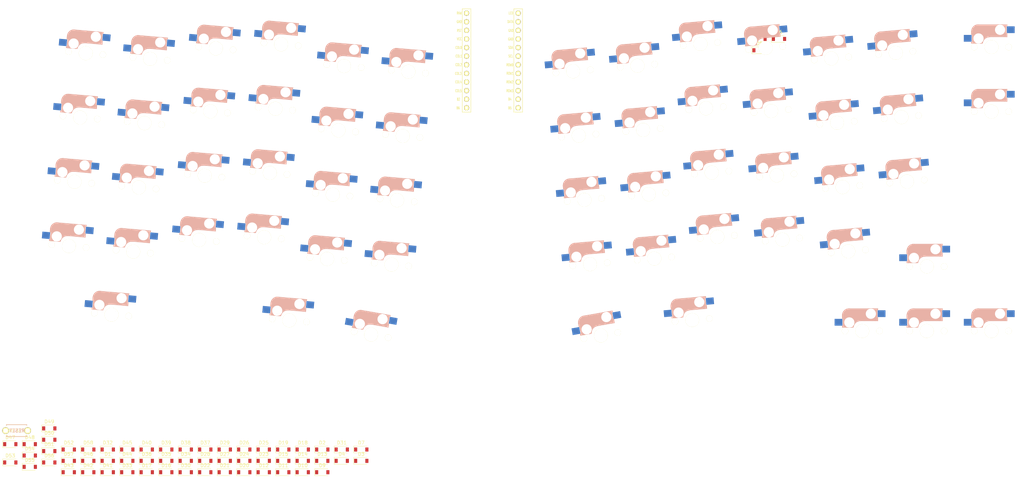
<source format=kicad_pcb>
(kicad_pcb (version 20171130) (host pcbnew "(5.1.0)-1")
  (layers (0 F.Cu signal) (31 B.Cu signal) (34 B.Paste user) (35 F.Paste user) (36 B.SilkS user) (37 F.SilkS user) (38 B.Mask user) (39 F.Mask user) (44 Edge.Cuts user))
  (net 0 "")
  (net 1 "Net-(D1-Pad2)")
  (net 2 row0)
  (net 3 "Net-(D2-Pad2)")
  (net 4 row1)
  (net 5 "Net-(D3-Pad2)")
  (net 6 row2)
  (net 7 "Net-(D4-Pad2)")
  (net 8 row3)
  (net 9 "Net-(D5-Pad2)")
  (net 10 "Net-(D6-Pad2)")
  (net 11 "Net-(D7-Pad2)")
  (net 12 "Net-(D8-Pad2)")
  (net 13 "Net-(D9-Pad2)")
  (net 14 row4)
  (net 15 "Net-(D10-Pad2)")
  (net 16 "Net-(D11-Pad2)")
  (net 17 "Net-(D12-Pad2)")
  (net 18 "Net-(D13-Pad2)")
  (net 19 "Net-(D14-Pad2)")
  (net 20 "Net-(D15-Pad2)")
  (net 21 "Net-(D16-Pad2)")
  (net 22 "Net-(D17-Pad2)")
  (net 23 "Net-(D18-Pad2)")
  (net 24 "Net-(D19-Pad2)")
  (net 25 "Net-(D20-Pad2)")
  (net 26 "Net-(D21-Pad2)")
  (net 27 "Net-(D22-Pad2)")
  (net 28 "Net-(D23-Pad2)")
  (net 29 "Net-(D24-Pad2)")
  (net 30 "Net-(D25-Pad2)")
  (net 31 "Net-(D26-Pad2)")
  (net 32 "Net-(D27-Pad2)")
  (net 33 "Net-(D28-Pad2)")
  (net 34 "Net-(D29-Pad2)")
  (net 35 "Net-(D30-Pad2)")
  (net 36 "Net-(D31-Pad2)")
  (net 37 "Net-(D32-Pad2)")
  (net 38 "Net-(D33-Pad2)")
  (net 39 "Net-(D34-Pad2)")
  (net 40 "Net-(D35-Pad2)")
  (net 41 "Net-(D36-Pad2)")
  (net 42 "Net-(D37-Pad2)")
  (net 43 "Net-(D38-Pad2)")
  (net 44 "Net-(D39-Pad2)")
  (net 45 "Net-(D40-Pad2)")
  (net 46 "Net-(D41-Pad2)")
  (net 47 "Net-(D42-Pad2)")
  (net 48 "Net-(D43-Pad2)")
  (net 49 "Net-(D44-Pad2)")
  (net 50 "Net-(D45-Pad2)")
  (net 51 "Net-(D46-Pad2)")
  (net 52 "Net-(D47-Pad2)")
  (net 53 "Net-(D48-Pad2)")
  (net 54 "Net-(D49-Pad2)")
  (net 55 "Net-(D50-Pad2)")
  (net 56 "Net-(D51-Pad2)")
  (net 57 "Net-(D52-Pad2)")
  (net 58 "Net-(D53-Pad2)")
  (net 59 "Net-(D54-Pad2)")
  (net 60 "Net-(D55-Pad2)")
  (net 61 "Net-(D56-Pad2)")
  (net 62 "Net-(D57-Pad2)")
  (net 63 "Net-(D58-Pad2)")
  (net 64 col0)
  (net 65 col1)
  (net 66 col2)
  (net 67 col3)
  (net 68 col4)
  (net 69 col5)
  (net 70 col6)
  (net 71 col7)
  (net 72 col8)
  (net 73 col9)
  (net 74 col10)
  (net 75 col11)
  (net 76 col12)
  (net 77 reset)
  (net 78 GND)
  (net 79 VCC)
  (net 80 "Net-(U1-Pad24)")
  (module Diode_SMD:D_SOD-123 (layer F.Cu) (at 101.372171 216.212881)
    (fp_text reference D1 (at 0 -2) (layer F.SilkS))
    (fp_text value 1N4148)
    (pad 2 smd rect (at 1.65 0) (size 0.9 1.2) (layers F.Cu F.Paste F.Mask) (net 1 "Net-(D1-Pad2)"))
    (pad 1 smd rect (at -1.65 0) (size 0.9 1.2) (layers F.Cu F.Paste F.Mask) (net 2 row0))
  )
  (module Diode_SMD:D_SOD-123 (layer F.Cu) (at 164.622171 212.862881)
    (fp_text reference D2 (at 0 -2) (layer F.SilkS))
    (fp_text value 1N4148)
    (pad 2 smd rect (at 1.65 0) (size 0.9 1.2) (layers F.Cu F.Paste F.Mask) (net 3 "Net-(D2-Pad2)"))
    (pad 1 smd rect (at -1.65 0) (size 0.9 1.2) (layers F.Cu F.Paste F.Mask) (net 4 row1))
  )
  (module Diode_SMD:D_SOD-123 (layer F.Cu) (at 176.122171 216.212881)
    (fp_text reference D3 (at 0 -2) (layer F.SilkS))
    (fp_text value 1N4148)
    (pad 2 smd rect (at 1.65 0) (size 0.9 1.2) (layers F.Cu F.Paste F.Mask) (net 5 "Net-(D3-Pad2)"))
    (pad 1 smd rect (at -1.65 0) (size 0.9 1.2) (layers F.Cu F.Paste F.Mask) (net 6 row2))
  )
  (module Diode_SMD:D_SOD-123 (layer F.Cu) (at 170.372171 216.212881)
    (fp_text reference D4 (at 0 -2) (layer F.SilkS))
    (fp_text value 1N4148)
    (pad 2 smd rect (at 1.65 0) (size 0.9 1.2) (layers F.Cu F.Paste F.Mask) (net 7 "Net-(D4-Pad2)"))
    (pad 1 smd rect (at -1.65 0) (size 0.9 1.2) (layers F.Cu F.Paste F.Mask) (net 8 row3))
  )
  (module Diode_SMD:D_SOD-123 (layer F.Cu) (at 293.552171 95.012881)
    (fp_text reference D5 (at 0 -2) (layer F.SilkS))
    (fp_text value 1N4148)
    (pad 1 smd rect (at -1.65 0) (size 0.9 1.2) (layers F.Cu F.Paste F.Mask) (net 2 row0))
    (pad 2 smd rect (at 1.65 0) (size 0.9 1.2) (layers F.Cu F.Paste F.Mask) (net 9 "Net-(D5-Pad2)"))
  )
  (module Diode_SMD:D_SOD-123 (layer F.Cu) (at 299.302171 91.662881)
    (fp_text reference D6 (at 0 -2) (layer F.SilkS))
    (fp_text value 1N4148)
    (pad 1 smd rect (at -1.65 0) (size 0.9 1.2) (layers F.Cu F.Paste F.Mask) (net 4 row1))
    (pad 2 smd rect (at 1.65 0) (size 0.9 1.2) (layers F.Cu F.Paste F.Mask) (net 10 "Net-(D6-Pad2)"))
  )
  (module Diode_SMD:D_SOD-123 (layer F.Cu) (at 176.122171 212.862881)
    (fp_text reference D7 (at 0 -2) (layer F.SilkS))
    (fp_text value 1N4148)
    (pad 1 smd rect (at -1.65 0) (size 0.9 1.2) (layers F.Cu F.Paste F.Mask) (net 6 row2))
    (pad 2 smd rect (at 1.65 0) (size 0.9 1.2) (layers F.Cu F.Paste F.Mask) (net 11 "Net-(D7-Pad2)"))
  )
  (module Diode_SMD:D_SOD-123 (layer F.Cu) (at 293.552171 91.662881)
    (fp_text reference D8 (at 0 -2) (layer F.SilkS))
    (fp_text value 1N4148)
    (pad 1 smd rect (at -1.65 0) (size 0.9 1.2) (layers F.Cu F.Paste F.Mask) (net 8 row3))
    (pad 2 smd rect (at 1.65 0) (size 0.9 1.2) (layers F.Cu F.Paste F.Mask) (net 12 "Net-(D8-Pad2)"))
  )
  (module Diode_SMD:D_SOD-123 (layer F.Cu) (at 164.622171 219.562881)
    (fp_text reference D9 (at 0 -2) (layer F.SilkS))
    (fp_text value 1N4148)
    (pad 2 smd rect (at 1.65 0) (size 0.9 1.2) (layers F.Cu F.Paste F.Mask) (net 13 "Net-(D9-Pad2)"))
    (pad 1 smd rect (at -1.65 0) (size 0.9 1.2) (layers F.Cu F.Paste F.Mask) (net 14 row4))
  )
  (module Diode_SMD:D_SOD-123 (layer F.Cu) (at 158.872171 219.562881)
    (fp_text reference D10 (at 0 -2) (layer F.SilkS))
    (fp_text value 1N4148)
    (pad 2 smd rect (at 1.65 0) (size 0.9 1.2) (layers F.Cu F.Paste F.Mask) (net 15 "Net-(D10-Pad2)"))
    (pad 1 smd rect (at -1.65 0) (size 0.9 1.2) (layers F.Cu F.Paste F.Mask) (net 2 row0))
  )
  (module Diode_SMD:D_SOD-123 (layer F.Cu) (at 153.122171 219.562881)
    (fp_text reference D11 (at 0 -2) (layer F.SilkS))
    (fp_text value 1N4148)
    (pad 2 smd rect (at 1.65 0) (size 0.9 1.2) (layers F.Cu F.Paste F.Mask) (net 16 "Net-(D11-Pad2)"))
    (pad 1 smd rect (at -1.65 0) (size 0.9 1.2) (layers F.Cu F.Paste F.Mask) (net 4 row1))
  )
  (module Diode_SMD:D_SOD-123 (layer F.Cu) (at 147.372171 219.562881)
    (fp_text reference D12 (at 0 -2) (layer F.SilkS))
    (fp_text value 1N4148)
    (pad 2 smd rect (at 1.65 0) (size 0.9 1.2) (layers F.Cu F.Paste F.Mask) (net 17 "Net-(D12-Pad2)"))
    (pad 1 smd rect (at -1.65 0) (size 0.9 1.2) (layers F.Cu F.Paste F.Mask) (net 6 row2))
  )
  (module Diode_SMD:D_SOD-123 (layer F.Cu) (at 164.622171 216.212881)
    (fp_text reference D13 (at 0 -2) (layer F.SilkS))
    (fp_text value 1N4148)
    (pad 1 smd rect (at -1.65 0) (size 0.9 1.2) (layers F.Cu F.Paste F.Mask) (net 8 row3))
    (pad 2 smd rect (at 1.65 0) (size 0.9 1.2) (layers F.Cu F.Paste F.Mask) (net 18 "Net-(D13-Pad2)"))
  )
  (module Diode_SMD:D_SOD-123 (layer F.Cu) (at 158.872171 216.212881)
    (fp_text reference D14 (at 0 -2) (layer F.SilkS))
    (fp_text value 1N4148)
    (pad 1 smd rect (at -1.65 0) (size 0.9 1.2) (layers F.Cu F.Paste F.Mask) (net 2 row0))
    (pad 2 smd rect (at 1.65 0) (size 0.9 1.2) (layers F.Cu F.Paste F.Mask) (net 19 "Net-(D14-Pad2)"))
  )
  (module Diode_SMD:D_SOD-123 (layer F.Cu) (at 153.122171 216.212881)
    (fp_text reference D15 (at 0 -2) (layer F.SilkS))
    (fp_text value 1N4148)
    (pad 1 smd rect (at -1.65 0) (size 0.9 1.2) (layers F.Cu F.Paste F.Mask) (net 4 row1))
    (pad 2 smd rect (at 1.65 0) (size 0.9 1.2) (layers F.Cu F.Paste F.Mask) (net 20 "Net-(D15-Pad2)"))
  )
  (module Diode_SMD:D_SOD-123 (layer F.Cu) (at 118.622171 219.562881)
    (fp_text reference D16 (at 0 -2) (layer F.SilkS))
    (fp_text value 1N4148)
    (pad 1 smd rect (at -1.65 0) (size 0.9 1.2) (layers F.Cu F.Paste F.Mask) (net 6 row2))
    (pad 2 smd rect (at 1.65 0) (size 0.9 1.2) (layers F.Cu F.Paste F.Mask) (net 21 "Net-(D16-Pad2)"))
  )
  (module Diode_SMD:D_SOD-123 (layer F.Cu) (at 112.872171 219.562881)
    (fp_text reference D17 (at 0 -2) (layer F.SilkS))
    (fp_text value 1N4148)
    (pad 1 smd rect (at -1.65 0) (size 0.9 1.2) (layers F.Cu F.Paste F.Mask) (net 8 row3))
    (pad 2 smd rect (at 1.65 0) (size 0.9 1.2) (layers F.Cu F.Paste F.Mask) (net 22 "Net-(D17-Pad2)"))
  )
  (module Diode_SMD:D_SOD-123 (layer F.Cu) (at 158.872171 212.862881)
    (fp_text reference D18 (at 0 -2) (layer F.SilkS))
    (fp_text value 1N4148)
    (pad 2 smd rect (at 1.65 0) (size 0.9 1.2) (layers F.Cu F.Paste F.Mask) (net 23 "Net-(D18-Pad2)"))
    (pad 1 smd rect (at -1.65 0) (size 0.9 1.2) (layers F.Cu F.Paste F.Mask) (net 2 row0))
  )
  (module Diode_SMD:D_SOD-123 (layer F.Cu) (at 153.122171 212.862881)
    (fp_text reference D19 (at 0 -2) (layer F.SilkS))
    (fp_text value 1N4148)
    (pad 2 smd rect (at 1.65 0) (size 0.9 1.2) (layers F.Cu F.Paste F.Mask) (net 24 "Net-(D19-Pad2)"))
    (pad 1 smd rect (at -1.65 0) (size 0.9 1.2) (layers F.Cu F.Paste F.Mask) (net 4 row1))
  )
  (module Diode_SMD:D_SOD-123 (layer F.Cu) (at 141.622171 219.562881)
    (fp_text reference D20 (at 0 -2) (layer F.SilkS))
    (fp_text value 1N4148)
    (pad 2 smd rect (at 1.65 0) (size 0.9 1.2) (layers F.Cu F.Paste F.Mask) (net 25 "Net-(D20-Pad2)"))
    (pad 1 smd rect (at -1.65 0) (size 0.9 1.2) (layers F.Cu F.Paste F.Mask) (net 6 row2))
  )
  (module Diode_SMD:D_SOD-123 (layer F.Cu) (at 135.872171 219.562881)
    (fp_text reference D21 (at 0 -2) (layer F.SilkS))
    (fp_text value 1N4148)
    (pad 2 smd rect (at 1.65 0) (size 0.9 1.2) (layers F.Cu F.Paste F.Mask) (net 26 "Net-(D21-Pad2)"))
    (pad 1 smd rect (at -1.65 0) (size 0.9 1.2) (layers F.Cu F.Paste F.Mask) (net 8 row3))
  )
  (module Diode_SMD:D_SOD-123 (layer F.Cu) (at 130.122171 219.562881)
    (fp_text reference D22 (at 0 -2) (layer F.SilkS))
    (fp_text value 1N4148)
    (pad 2 smd rect (at 1.65 0) (size 0.9 1.2) (layers F.Cu F.Paste F.Mask) (net 27 "Net-(D22-Pad2)"))
    (pad 1 smd rect (at -1.65 0) (size 0.9 1.2) (layers F.Cu F.Paste F.Mask) (net 14 row4))
  )
  (module Diode_SMD:D_SOD-123 (layer F.Cu) (at 147.372171 216.212881)
    (fp_text reference D23 (at 0 -2) (layer F.SilkS))
    (fp_text value 1N4148)
    (pad 1 smd rect (at -1.65 0) (size 0.9 1.2) (layers F.Cu F.Paste F.Mask) (net 2 row0))
    (pad 2 smd rect (at 1.65 0) (size 0.9 1.2) (layers F.Cu F.Paste F.Mask) (net 28 "Net-(D23-Pad2)"))
  )
  (module Diode_SMD:D_SOD-123 (layer F.Cu) (at 141.622171 216.212881)
    (fp_text reference D24 (at 0 -2) (layer F.SilkS))
    (fp_text value 1N4148)
    (pad 1 smd rect (at -1.65 0) (size 0.9 1.2) (layers F.Cu F.Paste F.Mask) (net 4 row1))
    (pad 2 smd rect (at 1.65 0) (size 0.9 1.2) (layers F.Cu F.Paste F.Mask) (net 29 "Net-(D24-Pad2)"))
  )
  (module Diode_SMD:D_SOD-123 (layer F.Cu) (at 147.372171 212.862881)
    (fp_text reference D25 (at 0 -2) (layer F.SilkS))
    (fp_text value 1N4148)
    (pad 1 smd rect (at -1.65 0) (size 0.9 1.2) (layers F.Cu F.Paste F.Mask) (net 6 row2))
    (pad 2 smd rect (at 1.65 0) (size 0.9 1.2) (layers F.Cu F.Paste F.Mask) (net 30 "Net-(D25-Pad2)"))
  )
  (module Diode_SMD:D_SOD-123 (layer F.Cu) (at 141.622171 212.862881)
    (fp_text reference D26 (at 0 -2) (layer F.SilkS))
    (fp_text value 1N4148)
    (pad 2 smd rect (at 1.65 0) (size 0.9 1.2) (layers F.Cu F.Paste F.Mask) (net 31 "Net-(D26-Pad2)"))
    (pad 1 smd rect (at -1.65 0) (size 0.9 1.2) (layers F.Cu F.Paste F.Mask) (net 8 row3))
  )
  (module Diode_SMD:D_SOD-123 (layer F.Cu) (at 135.872171 216.212881)
    (fp_text reference D27 (at 0 -2) (layer F.SilkS))
    (fp_text value 1N4148)
    (pad 1 smd rect (at -1.65 0) (size 0.9 1.2) (layers F.Cu F.Paste F.Mask) (net 14 row4))
    (pad 2 smd rect (at 1.65 0) (size 0.9 1.2) (layers F.Cu F.Paste F.Mask) (net 32 "Net-(D27-Pad2)"))
  )
  (module Diode_SMD:D_SOD-123 (layer F.Cu) (at 130.122171 216.212881)
    (fp_text reference D28 (at 0 -2) (layer F.SilkS))
    (fp_text value 1N4148)
    (pad 2 smd rect (at 1.65 0) (size 0.9 1.2) (layers F.Cu F.Paste F.Mask) (net 33 "Net-(D28-Pad2)"))
    (pad 1 smd rect (at -1.65 0) (size 0.9 1.2) (layers F.Cu F.Paste F.Mask) (net 2 row0))
  )
  (module Diode_SMD:D_SOD-123 (layer F.Cu) (at 135.872171 212.862881)
    (fp_text reference D29 (at 0 -2) (layer F.SilkS))
    (fp_text value 1N4148)
    (pad 2 smd rect (at 1.65 0) (size 0.9 1.2) (layers F.Cu F.Paste F.Mask) (net 34 "Net-(D29-Pad2)"))
    (pad 1 smd rect (at -1.65 0) (size 0.9 1.2) (layers F.Cu F.Paste F.Mask) (net 4 row1))
  )
  (module Diode_SMD:D_SOD-123 (layer F.Cu) (at 124.372171 219.562881)
    (fp_text reference D30 (at 0 -2) (layer F.SilkS))
    (fp_text value 1N4148)
    (pad 2 smd rect (at 1.65 0) (size 0.9 1.2) (layers F.Cu F.Paste F.Mask) (net 35 "Net-(D30-Pad2)"))
    (pad 1 smd rect (at -1.65 0) (size 0.9 1.2) (layers F.Cu F.Paste F.Mask) (net 6 row2))
  )
  (module Diode_SMD:D_SOD-123 (layer F.Cu) (at 170.372171 212.862881)
    (fp_text reference D31 (at 0 -2) (layer F.SilkS))
    (fp_text value 1N4148)
    (pad 2 smd rect (at 1.65 0) (size 0.9 1.2) (layers F.Cu F.Paste F.Mask) (net 36 "Net-(D31-Pad2)"))
    (pad 1 smd rect (at -1.65 0) (size 0.9 1.2) (layers F.Cu F.Paste F.Mask) (net 8 row3))
  )
  (module Diode_SMD:D_SOD-123 (layer F.Cu) (at 101.372171 212.862881)
    (fp_text reference D32 (at 0 -2) (layer F.SilkS))
    (fp_text value 1N4148)
    (pad 2 smd rect (at 1.65 0) (size 0.9 1.2) (layers F.Cu F.Paste F.Mask) (net 37 "Net-(D32-Pad2)"))
    (pad 1 smd rect (at -1.65 0) (size 0.9 1.2) (layers F.Cu F.Paste F.Mask) (net 14 row4))
  )
  (module Diode_SMD:D_SOD-123 (layer F.Cu) (at 107.122171 219.562881)
    (fp_text reference D33 (at 0 -2) (layer F.SilkS))
    (fp_text value 1N4148)
    (pad 1 smd rect (at -1.65 0) (size 0.9 1.2) (layers F.Cu F.Paste F.Mask) (net 2 row0))
    (pad 2 smd rect (at 1.65 0) (size 0.9 1.2) (layers F.Cu F.Paste F.Mask) (net 38 "Net-(D33-Pad2)"))
  )
  (module Diode_SMD:D_SOD-123 (layer F.Cu) (at 124.372171 216.212881)
    (fp_text reference D34 (at 0 -2) (layer F.SilkS))
    (fp_text value 1N4148)
    (pad 1 smd rect (at -1.65 0) (size 0.9 1.2) (layers F.Cu F.Paste F.Mask) (net 4 row1))
    (pad 2 smd rect (at 1.65 0) (size 0.9 1.2) (layers F.Cu F.Paste F.Mask) (net 39 "Net-(D34-Pad2)"))
  )
  (module Diode_SMD:D_SOD-123 (layer F.Cu) (at 118.622171 216.212881)
    (fp_text reference D35 (at 0 -2) (layer F.SilkS))
    (fp_text value 1N4148)
    (pad 1 smd rect (at -1.65 0) (size 0.9 1.2) (layers F.Cu F.Paste F.Mask) (net 6 row2))
    (pad 2 smd rect (at 1.65 0) (size 0.9 1.2) (layers F.Cu F.Paste F.Mask) (net 40 "Net-(D35-Pad2)"))
  )
  (module Diode_SMD:D_SOD-123 (layer F.Cu) (at 112.872171 216.212881)
    (fp_text reference D36 (at 0 -2) (layer F.SilkS))
    (fp_text value 1N4148)
    (pad 1 smd rect (at -1.65 0) (size 0.9 1.2) (layers F.Cu F.Paste F.Mask) (net 8 row3))
    (pad 2 smd rect (at 1.65 0) (size 0.9 1.2) (layers F.Cu F.Paste F.Mask) (net 41 "Net-(D36-Pad2)"))
  )
  (module Diode_SMD:D_SOD-123 (layer F.Cu) (at 130.122171 212.862881)
    (fp_text reference D37 (at 0 -2) (layer F.SilkS))
    (fp_text value 1N4148)
    (pad 1 smd rect (at -1.65 0) (size 0.9 1.2) (layers F.Cu F.Paste F.Mask) (net 14 row4))
    (pad 2 smd rect (at 1.65 0) (size 0.9 1.2) (layers F.Cu F.Paste F.Mask) (net 42 "Net-(D37-Pad2)"))
  )
  (module Diode_SMD:D_SOD-123 (layer F.Cu) (at 124.372171 212.862881)
    (fp_text reference D38 (at 0 -2) (layer F.SilkS))
    (fp_text value 1N4148)
    (pad 1 smd rect (at -1.65 0) (size 0.9 1.2) (layers F.Cu F.Paste F.Mask) (net 2 row0))
    (pad 2 smd rect (at 1.65 0) (size 0.9 1.2) (layers F.Cu F.Paste F.Mask) (net 43 "Net-(D38-Pad2)"))
  )
  (module Diode_SMD:D_SOD-123 (layer F.Cu) (at 118.622171 212.862881)
    (fp_text reference D39 (at 0 -2) (layer F.SilkS))
    (fp_text value 1N4148)
    (pad 2 smd rect (at 1.65 0) (size 0.9 1.2) (layers F.Cu F.Paste F.Mask) (net 44 "Net-(D39-Pad2)"))
    (pad 1 smd rect (at -1.65 0) (size 0.9 1.2) (layers F.Cu F.Paste F.Mask) (net 4 row1))
  )
  (module Diode_SMD:D_SOD-123 (layer F.Cu) (at 112.872171 212.862881)
    (fp_text reference D40 (at 0 -2) (layer F.SilkS))
    (fp_text value 1N4148)
    (pad 2 smd rect (at 1.65 0) (size 0.9 1.2) (layers F.Cu F.Paste F.Mask) (net 45 "Net-(D40-Pad2)"))
    (pad 1 smd rect (at -1.65 0) (size 0.9 1.2) (layers F.Cu F.Paste F.Mask) (net 6 row2))
  )
  (module Diode_SMD:D_SOD-123 (layer F.Cu) (at 101.372171 219.562881)
    (fp_text reference D41 (at 0 -2) (layer F.SilkS))
    (fp_text value 1N4148)
    (pad 1 smd rect (at -1.65 0) (size 0.9 1.2) (layers F.Cu F.Paste F.Mask) (net 8 row3))
    (pad 2 smd rect (at 1.65 0) (size 0.9 1.2) (layers F.Cu F.Paste F.Mask) (net 46 "Net-(D41-Pad2)"))
  )
  (module Diode_SMD:D_SOD-123 (layer F.Cu) (at 95.622171 219.562881)
    (fp_text reference D42 (at 0 -2) (layer F.SilkS))
    (fp_text value 1N4148)
    (pad 2 smd rect (at 1.65 0) (size 0.9 1.2) (layers F.Cu F.Paste F.Mask) (net 47 "Net-(D42-Pad2)"))
    (pad 1 smd rect (at -1.65 0) (size 0.9 1.2) (layers F.Cu F.Paste F.Mask) (net 2 row0))
  )
  (module Diode_SMD:D_SOD-123 (layer F.Cu) (at 89.872171 219.562881)
    (fp_text reference D43 (at 0 -2) (layer F.SilkS))
    (fp_text value 1N4148)
    (pad 1 smd rect (at -1.65 0) (size 0.9 1.2) (layers F.Cu F.Paste F.Mask) (net 4 row1))
    (pad 2 smd rect (at 1.65 0) (size 0.9 1.2) (layers F.Cu F.Paste F.Mask) (net 48 "Net-(D43-Pad2)"))
  )
  (module Diode_SMD:D_SOD-123 (layer F.Cu) (at 107.122171 216.212881)
    (fp_text reference D44 (at 0 -2) (layer F.SilkS))
    (fp_text value 1N4148)
    (pad 1 smd rect (at -1.65 0) (size 0.9 1.2) (layers F.Cu F.Paste F.Mask) (net 6 row2))
    (pad 2 smd rect (at 1.65 0) (size 0.9 1.2) (layers F.Cu F.Paste F.Mask) (net 49 "Net-(D44-Pad2)"))
  )
  (module Diode_SMD:D_SOD-123 (layer F.Cu) (at 107.122171 212.862881)
    (fp_text reference D45 (at 0 -2) (layer F.SilkS))
    (fp_text value 1N4148)
    (pad 2 smd rect (at 1.65 0) (size 0.9 1.2) (layers F.Cu F.Paste F.Mask) (net 50 "Net-(D45-Pad2)"))
    (pad 1 smd rect (at -1.65 0) (size 0.9 1.2) (layers F.Cu F.Paste F.Mask) (net 8 row3))
  )
  (module Diode_SMD:D_SOD-123 (layer F.Cu) (at 95.622171 216.212881)
    (fp_text reference D46 (at 0 -2) (layer F.SilkS))
    (fp_text value 1N4148)
    (pad 1 smd rect (at -1.65 0) (size 0.9 1.2) (layers F.Cu F.Paste F.Mask) (net 2 row0))
    (pad 2 smd rect (at 1.65 0) (size 0.9 1.2) (layers F.Cu F.Paste F.Mask) (net 51 "Net-(D46-Pad2)"))
  )
  (module Diode_SMD:D_SOD-123 (layer F.Cu) (at 72.622171 211.282881)
    (fp_text reference D47 (at 0 -2) (layer F.SilkS))
    (fp_text value 1N4148)
    (pad 1 smd rect (at -1.65 0) (size 0.9 1.2) (layers F.Cu F.Paste F.Mask) (net 4 row1))
    (pad 2 smd rect (at 1.65 0) (size 0.9 1.2) (layers F.Cu F.Paste F.Mask) (net 52 "Net-(D47-Pad2)"))
  )
  (module Diode_SMD:D_SOD-123 (layer F.Cu) (at 78.372171 211.282881)
    (fp_text reference D48 (at 0 -2) (layer F.SilkS))
    (fp_text value 1N4148)
    (pad 2 smd rect (at 1.65 0) (size 0.9 1.2) (layers F.Cu F.Paste F.Mask) (net 53 "Net-(D48-Pad2)"))
    (pad 1 smd rect (at -1.65 0) (size 0.9 1.2) (layers F.Cu F.Paste F.Mask) (net 6 row2))
  )
  (module Diode_SMD:D_SOD-123 (layer F.Cu) (at 84.122171 206.632881)
    (fp_text reference D49 (at 0 -2) (layer F.SilkS))
    (fp_text value 1N4148)
    (pad 1 smd rect (at -1.65 0) (size 0.9 1.2) (layers F.Cu F.Paste F.Mask) (net 8 row3))
    (pad 2 smd rect (at 1.65 0) (size 0.9 1.2) (layers F.Cu F.Paste F.Mask) (net 54 "Net-(D49-Pad2)"))
  )
  (module Diode_SMD:D_SOD-123 (layer F.Cu) (at 84.122171 209.982881)
    (fp_text reference D50 (at 0 -2) (layer F.SilkS))
    (fp_text value 1N4148)
    (pad 1 smd rect (at -1.65 0) (size 0.9 1.2) (layers F.Cu F.Paste F.Mask) (net 14 row4))
    (pad 2 smd rect (at 1.65 0) (size 0.9 1.2) (layers F.Cu F.Paste F.Mask) (net 55 "Net-(D50-Pad2)"))
  )
  (module Diode_SMD:D_SOD-123 (layer F.Cu) (at 84.122171 213.332881)
    (fp_text reference D51 (at 0 -2) (layer F.SilkS))
    (fp_text value 1N4148)
    (pad 2 smd rect (at 1.65 0) (size 0.9 1.2) (layers F.Cu F.Paste F.Mask) (net 56 "Net-(D51-Pad2)"))
    (pad 1 smd rect (at -1.65 0) (size 0.9 1.2) (layers F.Cu F.Paste F.Mask) (net 2 row0))
  )
  (module Diode_SMD:D_SOD-123 (layer F.Cu) (at 89.872171 212.862881)
    (fp_text reference D52 (at 0 -2) (layer F.SilkS))
    (fp_text value 1N4148)
    (pad 2 smd rect (at 1.65 0) (size 0.9 1.2) (layers F.Cu F.Paste F.Mask) (net 57 "Net-(D52-Pad2)"))
    (pad 1 smd rect (at -1.65 0) (size 0.9 1.2) (layers F.Cu F.Paste F.Mask) (net 4 row1))
  )
  (module Diode_SMD:D_SOD-123 (layer F.Cu) (at 72.622171 216.682881)
    (fp_text reference D53 (at 0 -2) (layer F.SilkS))
    (fp_text value 1N4148)
    (pad 1 smd rect (at -1.65 0) (size 0.9 1.2) (layers F.Cu F.Paste F.Mask) (net 6 row2))
    (pad 2 smd rect (at 1.65 0) (size 0.9 1.2) (layers F.Cu F.Paste F.Mask) (net 58 "Net-(D53-Pad2)"))
  )
  (module Diode_SMD:D_SOD-123 (layer F.Cu) (at 78.372171 214.632881)
    (fp_text reference D54 (at 0 -2) (layer F.SilkS))
    (fp_text value 1N4148)
    (pad 2 smd rect (at 1.65 0) (size 0.9 1.2) (layers F.Cu F.Paste F.Mask) (net 59 "Net-(D54-Pad2)"))
    (pad 1 smd rect (at -1.65 0) (size 0.9 1.2) (layers F.Cu F.Paste F.Mask) (net 8 row3))
  )
  (module Diode_SMD:D_SOD-123 (layer F.Cu) (at 78.372171 217.982881)
    (fp_text reference D55 (at 0 -2) (layer F.SilkS))
    (fp_text value 1N4148)
    (pad 2 smd rect (at 1.65 0) (size 0.9 1.2) (layers F.Cu F.Paste F.Mask) (net 60 "Net-(D55-Pad2)"))
    (pad 1 smd rect (at -1.65 0) (size 0.9 1.2) (layers F.Cu F.Paste F.Mask) (net 14 row4))
  )
  (module Diode_SMD:D_SOD-123 (layer F.Cu) (at 84.122171 216.682881)
    (fp_text reference D56 (at 0 -2) (layer F.SilkS))
    (fp_text value 1N4148)
    (pad 1 smd rect (at -1.65 0) (size 0.9 1.2) (layers F.Cu F.Paste F.Mask) (net 2 row0))
    (pad 2 smd rect (at 1.65 0) (size 0.9 1.2) (layers F.Cu F.Paste F.Mask) (net 61 "Net-(D56-Pad2)"))
  )
  (module Diode_SMD:D_SOD-123 (layer F.Cu) (at 89.872171 216.212881)
    (fp_text reference D57 (at 0 -2) (layer F.SilkS))
    (fp_text value 1N4148)
    (pad 1 smd rect (at -1.65 0) (size 0.9 1.2) (layers F.Cu F.Paste F.Mask) (net 4 row1))
    (pad 2 smd rect (at 1.65 0) (size 0.9 1.2) (layers F.Cu F.Paste F.Mask) (net 62 "Net-(D57-Pad2)"))
  )
  (module Diode_SMD:D_SOD-123 (layer F.Cu) (at 95.622171 212.862881)
    (fp_text reference D58 (at 0 -2) (layer F.SilkS))
    (fp_text value 1N4148)
    (pad 2 smd rect (at 1.65 0) (size 0.9 1.2) (layers F.Cu F.Paste F.Mask) (net 63 "Net-(D58-Pad2)"))
    (pad 1 smd rect (at -1.65 0) (size 0.9 1.2) (layers F.Cu F.Paste F.Mask) (net 14 row4))
  )
  (module emptystring:CherryMX_Hotswap_Back (layer F.Cu) (at 94.886071 95.877096 355)
    (fp_text reference SW1 hide)
    (fp_text value SW_PUSH hide)
    (pad 2 smd rect (at 5.7 -5.12 175) (size 2.3 2) (layers B.Cu B.Paste B.Mask) (net 1 "Net-(D1-Pad2)"))
    (pad "" np_thru_hole circle (at -5.08 0 355) (size 1.9 1.9) (drill 1.9) (layers *.Cu *.Mask F.SilkS))
    (pad "" np_thru_hole circle (at 5.08 0 355) (size 1.9 1.9) (drill 1.9) (layers *.Cu *.Mask F.SilkS))
    (pad "" np_thru_hole circle (at 0 0 85) (size 4.1 4.1) (drill 4.1) (layers *.Cu *.Mask F.SilkS))
    (pad "" np_thru_hole circle (at 2.54 -5.08 175) (size 3 3) (drill 3) (layers *.Cu *.Mask))
    (pad "" np_thru_hole circle (at -3.81 -2.54 175) (size 3 3) (drill 3) (layers *.Cu *.Mask))
    (pad 1 smd rect (at -7 -2.58 175) (size 2.3 2) (layers B.Cu B.Paste B.Mask) (net 64 col0))
  )
  (module emptystring:CherryMX_Hotswap_Back (layer F.Cu) (at 93.225754 114.854605 355)
    (fp_text reference SW2 hide)
    (fp_text value SW_PUSH hide)
    (pad 2 smd rect (at 5.7 -5.12 175) (size 2.3 2) (layers B.Cu B.Paste B.Mask) (net 3 "Net-(D2-Pad2)"))
    (pad "" np_thru_hole circle (at -5.08 0 355) (size 1.9 1.9) (drill 1.9) (layers *.Cu *.Mask F.SilkS))
    (pad "" np_thru_hole circle (at 5.08 0 355) (size 1.9 1.9) (drill 1.9) (layers *.Cu *.Mask F.SilkS))
    (pad "" np_thru_hole circle (at 0 0 85) (size 4.1 4.1) (drill 4.1) (layers *.Cu *.Mask F.SilkS))
    (pad "" np_thru_hole circle (at 2.54 -5.08 175) (size 3 3) (drill 3) (layers *.Cu *.Mask))
    (pad "" np_thru_hole circle (at -3.81 -2.54 175) (size 3 3) (drill 3) (layers *.Cu *.Mask))
    (pad 1 smd rect (at -7 -2.58 175) (size 2.3 2) (layers B.Cu B.Paste B.Mask) (net 64 col0))
  )
  (module emptystring:CherryMX_Hotswap_Back (layer F.Cu) (at 91.565438 133.832114 355)
    (fp_text reference SW3 hide)
    (fp_text value SW_PUSH hide)
    (pad 2 smd rect (at 5.7 -5.12 175) (size 2.3 2) (layers B.Cu B.Paste B.Mask) (net 5 "Net-(D3-Pad2)"))
    (pad "" np_thru_hole circle (at -5.08 0 355) (size 1.9 1.9) (drill 1.9) (layers *.Cu *.Mask F.SilkS))
    (pad "" np_thru_hole circle (at 5.08 0 355) (size 1.9 1.9) (drill 1.9) (layers *.Cu *.Mask F.SilkS))
    (pad "" np_thru_hole circle (at 0 0 85) (size 4.1 4.1) (drill 4.1) (layers *.Cu *.Mask F.SilkS))
    (pad "" np_thru_hole circle (at 2.54 -5.08 175) (size 3 3) (drill 3) (layers *.Cu *.Mask))
    (pad "" np_thru_hole circle (at -3.81 -2.54 175) (size 3 3) (drill 3) (layers *.Cu *.Mask))
    (pad 1 smd rect (at -7 -2.58 175) (size 2.3 2) (layers B.Cu B.Paste B.Mask) (net 64 col0))
  )
  (module emptystring:CherryMX_Hotswap_Back (layer F.Cu) (at 89.905122 152.809623 355)
    (fp_text reference SW4 hide)
    (fp_text value SW_PUSH hide)
    (pad 1 smd rect (at -7 -2.58 175) (size 2.3 2) (layers B.Cu B.Paste B.Mask) (net 64 col0))
    (pad "" np_thru_hole circle (at -3.81 -2.54 175) (size 3 3) (drill 3) (layers *.Cu *.Mask))
    (pad "" np_thru_hole circle (at 2.54 -5.08 175) (size 3 3) (drill 3) (layers *.Cu *.Mask))
    (pad "" np_thru_hole circle (at 0 0 85) (size 4.1 4.1) (drill 4.1) (layers *.Cu *.Mask F.SilkS))
    (pad "" np_thru_hole circle (at 5.08 0 355) (size 1.9 1.9) (drill 1.9) (layers *.Cu *.Mask F.SilkS))
    (pad "" np_thru_hole circle (at -5.08 0 355) (size 1.9 1.9) (drill 1.9) (layers *.Cu *.Mask F.SilkS))
    (pad 2 smd rect (at 5.7 -5.12 175) (size 2.3 2) (layers B.Cu B.Paste B.Mask) (net 7 "Net-(D4-Pad2)"))
  )
  (module emptystring:CherryMX_Hotswap_Back (layer F.Cu) (at 113.86358 97.537412 355)
    (fp_text reference SW5 hide)
    (fp_text value SW_PUSH hide)
    (pad 2 smd rect (at 5.7 -5.12 175) (size 2.3 2) (layers B.Cu B.Paste B.Mask) (net 9 "Net-(D5-Pad2)"))
    (pad "" np_thru_hole circle (at -5.08 0 355) (size 1.9 1.9) (drill 1.9) (layers *.Cu *.Mask F.SilkS))
    (pad "" np_thru_hole circle (at 5.08 0 355) (size 1.9 1.9) (drill 1.9) (layers *.Cu *.Mask F.SilkS))
    (pad "" np_thru_hole circle (at 0 0 85) (size 4.1 4.1) (drill 4.1) (layers *.Cu *.Mask F.SilkS))
    (pad "" np_thru_hole circle (at 2.54 -5.08 175) (size 3 3) (drill 3) (layers *.Cu *.Mask))
    (pad "" np_thru_hole circle (at -3.81 -2.54 175) (size 3 3) (drill 3) (layers *.Cu *.Mask))
    (pad 1 smd rect (at -7 -2.58 175) (size 2.3 2) (layers B.Cu B.Paste B.Mask) (net 65 col1))
  )
  (module emptystring:CherryMX_Hotswap_Back (layer F.Cu) (at 112.203263 116.514921 355)
    (fp_text reference SW6 hide)
    (fp_text value SW_PUSH hide)
    (pad 1 smd rect (at -7 -2.58 175) (size 2.3 2) (layers B.Cu B.Paste B.Mask) (net 65 col1))
    (pad "" np_thru_hole circle (at -3.81 -2.54 175) (size 3 3) (drill 3) (layers *.Cu *.Mask))
    (pad "" np_thru_hole circle (at 2.54 -5.08 175) (size 3 3) (drill 3) (layers *.Cu *.Mask))
    (pad "" np_thru_hole circle (at 0 0 85) (size 4.1 4.1) (drill 4.1) (layers *.Cu *.Mask F.SilkS))
    (pad "" np_thru_hole circle (at 5.08 0 355) (size 1.9 1.9) (drill 1.9) (layers *.Cu *.Mask F.SilkS))
    (pad "" np_thru_hole circle (at -5.08 0 355) (size 1.9 1.9) (drill 1.9) (layers *.Cu *.Mask F.SilkS))
    (pad 2 smd rect (at 5.7 -5.12 175) (size 2.3 2) (layers B.Cu B.Paste B.Mask) (net 10 "Net-(D6-Pad2)"))
  )
  (module emptystring:CherryMX_Hotswap_Back (layer F.Cu) (at 110.542947 135.49243 355)
    (fp_text reference SW7 hide)
    (fp_text value SW_PUSH hide)
    (pad 1 smd rect (at -7 -2.58 175) (size 2.3 2) (layers B.Cu B.Paste B.Mask) (net 65 col1))
    (pad "" np_thru_hole circle (at -3.81 -2.54 175) (size 3 3) (drill 3) (layers *.Cu *.Mask))
    (pad "" np_thru_hole circle (at 2.54 -5.08 175) (size 3 3) (drill 3) (layers *.Cu *.Mask))
    (pad "" np_thru_hole circle (at 0 0 85) (size 4.1 4.1) (drill 4.1) (layers *.Cu *.Mask F.SilkS))
    (pad "" np_thru_hole circle (at 5.08 0 355) (size 1.9 1.9) (drill 1.9) (layers *.Cu *.Mask F.SilkS))
    (pad "" np_thru_hole circle (at -5.08 0 355) (size 1.9 1.9) (drill 1.9) (layers *.Cu *.Mask F.SilkS))
    (pad 2 smd rect (at 5.7 -5.12 175) (size 2.3 2) (layers B.Cu B.Paste B.Mask) (net 11 "Net-(D7-Pad2)"))
  )
  (module emptystring:CherryMX_Hotswap_Back (layer F.Cu) (at 108.88263 154.469939 355)
    (fp_text reference SW8 hide)
    (fp_text value SW_PUSH hide)
    (pad 2 smd rect (at 5.7 -5.12 175) (size 2.3 2) (layers B.Cu B.Paste B.Mask) (net 12 "Net-(D8-Pad2)"))
    (pad "" np_thru_hole circle (at -5.08 0 355) (size 1.9 1.9) (drill 1.9) (layers *.Cu *.Mask F.SilkS))
    (pad "" np_thru_hole circle (at 5.08 0 355) (size 1.9 1.9) (drill 1.9) (layers *.Cu *.Mask F.SilkS))
    (pad "" np_thru_hole circle (at 0 0 85) (size 4.1 4.1) (drill 4.1) (layers *.Cu *.Mask F.SilkS))
    (pad "" np_thru_hole circle (at 2.54 -5.08 175) (size 3 3) (drill 3) (layers *.Cu *.Mask))
    (pad "" np_thru_hole circle (at -3.81 -2.54 175) (size 3 3) (drill 3) (layers *.Cu *.Mask))
    (pad 1 smd rect (at -7 -2.58 175) (size 2.3 2) (layers B.Cu B.Paste B.Mask) (net 65 col1))
  )
  (module emptystring:CherryMX_Hotswap_Back (layer F.Cu) (at 102.478434 173.032413 355)
    (fp_text reference SW9 hide)
    (fp_text value SW_PUSH hide)
    (pad 1 smd rect (at -7 -2.58 175) (size 2.3 2) (layers B.Cu B.Paste B.Mask) (net 65 col1))
    (pad "" np_thru_hole circle (at -3.81 -2.54 175) (size 3 3) (drill 3) (layers *.Cu *.Mask))
    (pad "" np_thru_hole circle (at 2.54 -5.08 175) (size 3 3) (drill 3) (layers *.Cu *.Mask))
    (pad "" np_thru_hole circle (at 0 0 85) (size 4.1 4.1) (drill 4.1) (layers *.Cu *.Mask F.SilkS))
    (pad "" np_thru_hole circle (at 5.08 0 355) (size 1.9 1.9) (drill 1.9) (layers *.Cu *.Mask F.SilkS))
    (pad "" np_thru_hole circle (at -5.08 0 355) (size 1.9 1.9) (drill 1.9) (layers *.Cu *.Mask F.SilkS))
    (pad 2 smd rect (at 5.7 -5.12 175) (size 2.3 2) (layers B.Cu B.Paste B.Mask) (net 13 "Net-(D9-Pad2)"))
  )
  (module emptystring:CherryMX_Hotswap_Back (layer F.Cu) (at 133.256169 94.453352 355)
    (fp_text reference SW10 hide)
    (fp_text value SW_PUSH hide)
    (pad 1 smd rect (at -7 -2.58 175) (size 2.3 2) (layers B.Cu B.Paste B.Mask) (net 66 col2))
    (pad "" np_thru_hole circle (at -3.81 -2.54 175) (size 3 3) (drill 3) (layers *.Cu *.Mask))
    (pad "" np_thru_hole circle (at 2.54 -5.08 175) (size 3 3) (drill 3) (layers *.Cu *.Mask))
    (pad "" np_thru_hole circle (at 0 0 85) (size 4.1 4.1) (drill 4.1) (layers *.Cu *.Mask F.SilkS))
    (pad "" np_thru_hole circle (at 5.08 0 355) (size 1.9 1.9) (drill 1.9) (layers *.Cu *.Mask F.SilkS))
    (pad "" np_thru_hole circle (at -5.08 0 355) (size 1.9 1.9) (drill 1.9) (layers *.Cu *.Mask F.SilkS))
    (pad 2 smd rect (at 5.7 -5.12 175) (size 2.3 2) (layers B.Cu B.Paste B.Mask) (net 15 "Net-(D10-Pad2)"))
  )
  (module emptystring:CherryMX_Hotswap_Back (layer F.Cu) (at 131.629058 113.051311 355)
    (fp_text reference SW11 hide)
    (fp_text value SW_PUSH hide)
    (pad 1 smd rect (at -7 -2.58 175) (size 2.3 2) (layers B.Cu B.Paste B.Mask) (net 66 col2))
    (pad "" np_thru_hole circle (at -3.81 -2.54 175) (size 3 3) (drill 3) (layers *.Cu *.Mask))
    (pad "" np_thru_hole circle (at 2.54 -5.08 175) (size 3 3) (drill 3) (layers *.Cu *.Mask))
    (pad "" np_thru_hole circle (at 0 0 85) (size 4.1 4.1) (drill 4.1) (layers *.Cu *.Mask F.SilkS))
    (pad "" np_thru_hole circle (at 5.08 0 355) (size 1.9 1.9) (drill 1.9) (layers *.Cu *.Mask F.SilkS))
    (pad "" np_thru_hole circle (at -5.08 0 355) (size 1.9 1.9) (drill 1.9) (layers *.Cu *.Mask F.SilkS))
    (pad 2 smd rect (at 5.7 -5.12 175) (size 2.3 2) (layers B.Cu B.Paste B.Mask) (net 16 "Net-(D11-Pad2)"))
  )
  (module emptystring:CherryMX_Hotswap_Back (layer F.Cu) (at 129.968741 132.02882 355)
    (fp_text reference SW12 hide)
    (fp_text value SW_PUSH hide)
    (pad 2 smd rect (at 5.7 -5.12 175) (size 2.3 2) (layers B.Cu B.Paste B.Mask) (net 17 "Net-(D12-Pad2)"))
    (pad "" np_thru_hole circle (at -5.08 0 355) (size 1.9 1.9) (drill 1.9) (layers *.Cu *.Mask F.SilkS))
    (pad "" np_thru_hole circle (at 5.08 0 355) (size 1.9 1.9) (drill 1.9) (layers *.Cu *.Mask F.SilkS))
    (pad "" np_thru_hole circle (at 0 0 85) (size 4.1 4.1) (drill 4.1) (layers *.Cu *.Mask F.SilkS))
    (pad "" np_thru_hole circle (at 2.54 -5.08 175) (size 3 3) (drill 3) (layers *.Cu *.Mask))
    (pad "" np_thru_hole circle (at -3.81 -2.54 175) (size 3 3) (drill 3) (layers *.Cu *.Mask))
    (pad 1 smd rect (at -7 -2.58 175) (size 2.3 2) (layers B.Cu B.Paste B.Mask) (net 66 col2))
  )
  (module emptystring:CherryMX_Hotswap_Back (layer F.Cu) (at 128.308424 151.006329 355)
    (fp_text reference SW13 hide)
    (fp_text value SW_PUSH hide)
    (pad 1 smd rect (at -7 -2.58 175) (size 2.3 2) (layers B.Cu B.Paste B.Mask) (net 66 col2))
    (pad "" np_thru_hole circle (at -3.81 -2.54 175) (size 3 3) (drill 3) (layers *.Cu *.Mask))
    (pad "" np_thru_hole circle (at 2.54 -5.08 175) (size 3 3) (drill 3) (layers *.Cu *.Mask))
    (pad "" np_thru_hole circle (at 0 0 85) (size 4.1 4.1) (drill 4.1) (layers *.Cu *.Mask F.SilkS))
    (pad "" np_thru_hole circle (at 5.08 0 355) (size 1.9 1.9) (drill 1.9) (layers *.Cu *.Mask F.SilkS))
    (pad "" np_thru_hole circle (at -5.08 0 355) (size 1.9 1.9) (drill 1.9) (layers *.Cu *.Mask F.SilkS))
    (pad 2 smd rect (at 5.7 -5.12 175) (size 2.3 2) (layers B.Cu B.Paste B.Mask) (net 18 "Net-(D13-Pad2)"))
  )
  (module emptystring:CherryMX_Hotswap_Back (layer F.Cu) (at 152.482725 93.267043 355)
    (fp_text reference SW14 hide)
    (fp_text value SW_PUSH hide)
    (pad 2 smd rect (at 5.7 -5.12 175) (size 2.3 2) (layers B.Cu B.Paste B.Mask) (net 19 "Net-(D14-Pad2)"))
    (pad "" np_thru_hole circle (at -5.08 0 355) (size 1.9 1.9) (drill 1.9) (layers *.Cu *.Mask F.SilkS))
    (pad "" np_thru_hole circle (at 5.08 0 355) (size 1.9 1.9) (drill 1.9) (layers *.Cu *.Mask F.SilkS))
    (pad "" np_thru_hole circle (at 0 0 85) (size 4.1 4.1) (drill 4.1) (layers *.Cu *.Mask F.SilkS))
    (pad "" np_thru_hole circle (at 2.54 -5.08 175) (size 3 3) (drill 3) (layers *.Cu *.Mask))
    (pad "" np_thru_hole circle (at -3.81 -2.54 175) (size 3 3) (drill 3) (layers *.Cu *.Mask))
    (pad 1 smd rect (at -7 -2.58 175) (size 2.3 2) (layers B.Cu B.Paste B.Mask) (net 67 col3))
  )
  (module emptystring:CherryMX_Hotswap_Back (layer F.Cu) (at 150.822408 112.244552 355)
    (fp_text reference SW15 hide)
    (fp_text value SW_PUSH hide)
    (pad 2 smd rect (at 5.7 -5.12 175) (size 2.3 2) (layers B.Cu B.Paste B.Mask) (net 20 "Net-(D15-Pad2)"))
    (pad "" np_thru_hole circle (at -5.08 0 355) (size 1.9 1.9) (drill 1.9) (layers *.Cu *.Mask F.SilkS))
    (pad "" np_thru_hole circle (at 5.08 0 355) (size 1.9 1.9) (drill 1.9) (layers *.Cu *.Mask F.SilkS))
    (pad "" np_thru_hole circle (at 0 0 85) (size 4.1 4.1) (drill 4.1) (layers *.Cu *.Mask F.SilkS))
    (pad "" np_thru_hole circle (at 2.54 -5.08 175) (size 3 3) (drill 3) (layers *.Cu *.Mask))
    (pad "" np_thru_hole circle (at -3.81 -2.54 175) (size 3 3) (drill 3) (layers *.Cu *.Mask))
    (pad 1 smd rect (at -7 -2.58 175) (size 2.3 2) (layers B.Cu B.Paste B.Mask) (net 67 col3))
  )
  (module emptystring:CherryMX_Hotswap_Back (layer F.Cu) (at 149.162091 131.222061 355)
    (fp_text reference SW16 hide)
    (fp_text value SW_PUSH hide)
    (pad 1 smd rect (at -7 -2.58 175) (size 2.3 2) (layers B.Cu B.Paste B.Mask) (net 67 col3))
    (pad "" np_thru_hole circle (at -3.81 -2.54 175) (size 3 3) (drill 3) (layers *.Cu *.Mask))
    (pad "" np_thru_hole circle (at 2.54 -5.08 175) (size 3 3) (drill 3) (layers *.Cu *.Mask))
    (pad "" np_thru_hole circle (at 0 0 85) (size 4.1 4.1) (drill 4.1) (layers *.Cu *.Mask F.SilkS))
    (pad "" np_thru_hole circle (at 5.08 0 355) (size 1.9 1.9) (drill 1.9) (layers *.Cu *.Mask F.SilkS))
    (pad "" np_thru_hole circle (at -5.08 0 355) (size 1.9 1.9) (drill 1.9) (layers *.Cu *.Mask F.SilkS))
    (pad 2 smd rect (at 5.7 -5.12 175) (size 2.3 2) (layers B.Cu B.Paste B.Mask) (net 21 "Net-(D16-Pad2)"))
  )
  (module emptystring:CherryMX_Hotswap_Back (layer F.Cu) (at 147.501774 150.19957 355)
    (fp_text reference SW17 hide)
    (fp_text value SW_PUSH hide)
    (pad 2 smd rect (at 5.7 -5.12 175) (size 2.3 2) (layers B.Cu B.Paste B.Mask) (net 22 "Net-(D17-Pad2)"))
    (pad "" np_thru_hole circle (at -5.08 0 355) (size 1.9 1.9) (drill 1.9) (layers *.Cu *.Mask F.SilkS))
    (pad "" np_thru_hole circle (at 5.08 0 355) (size 1.9 1.9) (drill 1.9) (layers *.Cu *.Mask F.SilkS))
    (pad "" np_thru_hole circle (at 0 0 85) (size 4.1 4.1) (drill 4.1) (layers *.Cu *.Mask F.SilkS))
    (pad "" np_thru_hole circle (at 2.54 -5.08 175) (size 3 3) (drill 3) (layers *.Cu *.Mask))
    (pad "" np_thru_hole circle (at -3.81 -2.54 175) (size 3 3) (drill 3) (layers *.Cu *.Mask))
    (pad 1 smd rect (at -7 -2.58 175) (size 2.3 2) (layers B.Cu B.Paste B.Mask) (net 67 col3))
  )
  (module emptystring:CherryMX_Hotswap_Back (layer F.Cu) (at 171.045155 99.671737 355)
    (fp_text reference SW18 hide)
    (fp_text value SW_PUSH hide)
    (pad 1 smd rect (at -7 -2.58 175) (size 2.3 2) (layers B.Cu B.Paste B.Mask) (net 68 col4))
    (pad "" np_thru_hole circle (at -3.81 -2.54 175) (size 3 3) (drill 3) (layers *.Cu *.Mask))
    (pad "" np_thru_hole circle (at 2.54 -5.08 175) (size 3 3) (drill 3) (layers *.Cu *.Mask))
    (pad "" np_thru_hole circle (at 0 0 85) (size 4.1 4.1) (drill 4.1) (layers *.Cu *.Mask F.SilkS))
    (pad "" np_thru_hole circle (at 5.08 0 355) (size 1.9 1.9) (drill 1.9) (layers *.Cu *.Mask F.SilkS))
    (pad "" np_thru_hole circle (at -5.08 0 355) (size 1.9 1.9) (drill 1.9) (layers *.Cu *.Mask F.SilkS))
    (pad 2 smd rect (at 5.7 -5.12 175) (size 2.3 2) (layers B.Cu B.Paste B.Mask) (net 23 "Net-(D18-Pad2)"))
  )
  (module emptystring:CherryMX_Hotswap_Back (layer F.Cu) (at 169.384838 118.649246 355)
    (fp_text reference SW19 hide)
    (fp_text value SW_PUSH hide)
    (pad 2 smd rect (at 5.7 -5.12 175) (size 2.3 2) (layers B.Cu B.Paste B.Mask) (net 24 "Net-(D19-Pad2)"))
    (pad "" np_thru_hole circle (at -5.08 0 355) (size 1.9 1.9) (drill 1.9) (layers *.Cu *.Mask F.SilkS))
    (pad "" np_thru_hole circle (at 5.08 0 355) (size 1.9 1.9) (drill 1.9) (layers *.Cu *.Mask F.SilkS))
    (pad "" np_thru_hole circle (at 0 0 85) (size 4.1 4.1) (drill 4.1) (layers *.Cu *.Mask F.SilkS))
    (pad "" np_thru_hole circle (at 2.54 -5.08 175) (size 3 3) (drill 3) (layers *.Cu *.Mask))
    (pad "" np_thru_hole circle (at -3.81 -2.54 175) (size 3 3) (drill 3) (layers *.Cu *.Mask))
    (pad 1 smd rect (at -7 -2.58 175) (size 2.3 2) (layers B.Cu B.Paste B.Mask) (net 68 col4))
  )
  (module emptystring:CherryMX_Hotswap_Back (layer F.Cu) (at 167.724521 137.626755 355)
    (fp_text reference SW20 hide)
    (fp_text value SW_PUSH hide)
    (pad 1 smd rect (at -7 -2.58 175) (size 2.3 2) (layers B.Cu B.Paste B.Mask) (net 68 col4))
    (pad "" np_thru_hole circle (at -3.81 -2.54 175) (size 3 3) (drill 3) (layers *.Cu *.Mask))
    (pad "" np_thru_hole circle (at 2.54 -5.08 175) (size 3 3) (drill 3) (layers *.Cu *.Mask))
    (pad "" np_thru_hole circle (at 0 0 85) (size 4.1 4.1) (drill 4.1) (layers *.Cu *.Mask F.SilkS))
    (pad "" np_thru_hole circle (at 5.08 0 355) (size 1.9 1.9) (drill 1.9) (layers *.Cu *.Mask F.SilkS))
    (pad "" np_thru_hole circle (at -5.08 0 355) (size 1.9 1.9) (drill 1.9) (layers *.Cu *.Mask F.SilkS))
    (pad 2 smd rect (at 5.7 -5.12 175) (size 2.3 2) (layers B.Cu B.Paste B.Mask) (net 25 "Net-(D20-Pad2)"))
  )
  (module emptystring:CherryMX_Hotswap_Back (layer F.Cu) (at 166.064204 156.604264 355)
    (fp_text reference SW21 hide)
    (fp_text value SW_PUSH hide)
    (pad 1 smd rect (at -7 -2.58 175) (size 2.3 2) (layers B.Cu B.Paste B.Mask) (net 68 col4))
    (pad "" np_thru_hole circle (at -3.81 -2.54 175) (size 3 3) (drill 3) (layers *.Cu *.Mask))
    (pad "" np_thru_hole circle (at 2.54 -5.08 175) (size 3 3) (drill 3) (layers *.Cu *.Mask))
    (pad "" np_thru_hole circle (at 0 0 85) (size 4.1 4.1) (drill 4.1) (layers *.Cu *.Mask F.SilkS))
    (pad "" np_thru_hole circle (at 5.08 0 355) (size 1.9 1.9) (drill 1.9) (layers *.Cu *.Mask F.SilkS))
    (pad "" np_thru_hole circle (at -5.08 0 355) (size 1.9 1.9) (drill 1.9) (layers *.Cu *.Mask F.SilkS))
    (pad 2 smd rect (at 5.7 -5.12 175) (size 2.3 2) (layers B.Cu B.Paste B.Mask) (net 26 "Net-(D21-Pad2)"))
  )
  (module emptystring:CherryMX_Hotswap_Back (layer F.Cu) (at 154.915133 174.751614 355)
    (fp_text reference SW22 hide)
    (fp_text value SW_PUSH hide)
    (pad 2 smd rect (at 5.7 -5.12 175) (size 2.3 2) (layers B.Cu B.Paste B.Mask) (net 27 "Net-(D22-Pad2)"))
    (pad "" np_thru_hole circle (at -5.08 0 355) (size 1.9 1.9) (drill 1.9) (layers *.Cu *.Mask F.SilkS))
    (pad "" np_thru_hole circle (at 5.08 0 355) (size 1.9 1.9) (drill 1.9) (layers *.Cu *.Mask F.SilkS))
    (pad "" np_thru_hole circle (at 0 0 85) (size 4.1 4.1) (drill 4.1) (layers *.Cu *.Mask F.SilkS))
    (pad "" np_thru_hole circle (at 2.54 -5.08 175) (size 3 3) (drill 3) (layers *.Cu *.Mask))
    (pad "" np_thru_hole circle (at -3.81 -2.54 175) (size 3 3) (drill 3) (layers *.Cu *.Mask))
    (pad 1 smd rect (at -7 -2.58 175) (size 2.3 2) (layers B.Cu B.Paste B.Mask) (net 68 col4))
  )
  (module emptystring:CherryMX_Hotswap_Back (layer F.Cu) (at 190.022664 101.332054 355)
    (fp_text reference SW23 hide)
    (fp_text value SW_PUSH hide)
    (pad 2 smd rect (at 5.7 -5.12 175) (size 2.3 2) (layers B.Cu B.Paste B.Mask) (net 28 "Net-(D23-Pad2)"))
    (pad "" np_thru_hole circle (at -5.08 0 355) (size 1.9 1.9) (drill 1.9) (layers *.Cu *.Mask F.SilkS))
    (pad "" np_thru_hole circle (at 5.08 0 355) (size 1.9 1.9) (drill 1.9) (layers *.Cu *.Mask F.SilkS))
    (pad "" np_thru_hole circle (at 0 0 85) (size 4.1 4.1) (drill 4.1) (layers *.Cu *.Mask F.SilkS))
    (pad "" np_thru_hole circle (at 2.54 -5.08 175) (size 3 3) (drill 3) (layers *.Cu *.Mask))
    (pad "" np_thru_hole circle (at -3.81 -2.54 175) (size 3 3) (drill 3) (layers *.Cu *.Mask))
    (pad 1 smd rect (at -7 -2.58 175) (size 2.3 2) (layers B.Cu B.Paste B.Mask) (net 69 col5))
  )
  (module emptystring:CherryMX_Hotswap_Back (layer F.Cu) (at 188.362347 120.309563 355)
    (fp_text reference SW24 hide)
    (fp_text value SW_PUSH hide)
    (pad 1 smd rect (at -7 -2.58 175) (size 2.3 2) (layers B.Cu B.Paste B.Mask) (net 69 col5))
    (pad "" np_thru_hole circle (at -3.81 -2.54 175) (size 3 3) (drill 3) (layers *.Cu *.Mask))
    (pad "" np_thru_hole circle (at 2.54 -5.08 175) (size 3 3) (drill 3) (layers *.Cu *.Mask))
    (pad "" np_thru_hole circle (at 0 0 85) (size 4.1 4.1) (drill 4.1) (layers *.Cu *.Mask F.SilkS))
    (pad "" np_thru_hole circle (at 5.08 0 355) (size 1.9 1.9) (drill 1.9) (layers *.Cu *.Mask F.SilkS))
    (pad "" np_thru_hole circle (at -5.08 0 355) (size 1.9 1.9) (drill 1.9) (layers *.Cu *.Mask F.SilkS))
    (pad 2 smd rect (at 5.7 -5.12 175) (size 2.3 2) (layers B.Cu B.Paste B.Mask) (net 29 "Net-(D24-Pad2)"))
  )
  (module emptystring:CherryMX_Hotswap_Back (layer F.Cu) (at 186.70203 139.287072 355)
    (fp_text reference SW25 hide)
    (fp_text value SW_PUSH hide)
    (pad 1 smd rect (at -7 -2.58 175) (size 2.3 2) (layers B.Cu B.Paste B.Mask) (net 69 col5))
    (pad "" np_thru_hole circle (at -3.81 -2.54 175) (size 3 3) (drill 3) (layers *.Cu *.Mask))
    (pad "" np_thru_hole circle (at 2.54 -5.08 175) (size 3 3) (drill 3) (layers *.Cu *.Mask))
    (pad "" np_thru_hole circle (at 0 0 85) (size 4.1 4.1) (drill 4.1) (layers *.Cu *.Mask F.SilkS))
    (pad "" np_thru_hole circle (at 5.08 0 355) (size 1.9 1.9) (drill 1.9) (layers *.Cu *.Mask F.SilkS))
    (pad "" np_thru_hole circle (at -5.08 0 355) (size 1.9 1.9) (drill 1.9) (layers *.Cu *.Mask F.SilkS))
    (pad 2 smd rect (at 5.7 -5.12 175) (size 2.3 2) (layers B.Cu B.Paste B.Mask) (net 30 "Net-(D25-Pad2)"))
  )
  (module emptystring:CherryMX_Hotswap_Back (layer F.Cu) (at 185.041713 158.264581 355)
    (fp_text reference SW26 hide)
    (fp_text value SW_PUSH hide)
    (pad 2 smd rect (at 5.7 -5.12 175) (size 2.3 2) (layers B.Cu B.Paste B.Mask) (net 31 "Net-(D26-Pad2)"))
    (pad "" np_thru_hole circle (at -5.08 0 355) (size 1.9 1.9) (drill 1.9) (layers *.Cu *.Mask F.SilkS))
    (pad "" np_thru_hole circle (at 5.08 0 355) (size 1.9 1.9) (drill 1.9) (layers *.Cu *.Mask F.SilkS))
    (pad "" np_thru_hole circle (at 0 0 85) (size 4.1 4.1) (drill 4.1) (layers *.Cu *.Mask F.SilkS))
    (pad "" np_thru_hole circle (at 2.54 -5.08 175) (size 3 3) (drill 3) (layers *.Cu *.Mask))
    (pad "" np_thru_hole circle (at -3.81 -2.54 175) (size 3 3) (drill 3) (layers *.Cu *.Mask))
    (pad 1 smd rect (at -7 -2.58 175) (size 2.3 2) (layers B.Cu B.Paste B.Mask) (net 69 col5))
  )
  (module emptystring:CherryMX_Hotswap_Back (layer F.Cu) (at 179.021198 178.945728 350)
    (fp_text reference SW27 hide)
    (fp_text value SW_PUSH hide)
    (pad 1 smd rect (at -7 -2.58 170) (size 2.3 2) (layers B.Cu B.Paste B.Mask) (net 69 col5))
    (pad "" np_thru_hole circle (at -3.81 -2.54 170) (size 3 3) (drill 3) (layers *.Cu *.Mask))
    (pad "" np_thru_hole circle (at 2.54 -5.08 170) (size 3 3) (drill 3) (layers *.Cu *.Mask))
    (pad "" np_thru_hole circle (at 0 0 80) (size 4.1 4.1) (drill 4.1) (layers *.Cu *.Mask F.SilkS))
    (pad "" np_thru_hole circle (at 5.08 0 350) (size 1.9 1.9) (drill 1.9) (layers *.Cu *.Mask F.SilkS))
    (pad "" np_thru_hole circle (at -5.08 0 350) (size 1.9 1.9) (drill 1.9) (layers *.Cu *.Mask F.SilkS))
    (pad 2 smd rect (at 5.7 -5.12 170) (size 2.3 2) (layers B.Cu B.Paste B.Mask) (net 32 "Net-(D27-Pad2)"))
  )
  (module emptystring:CherryMX_Hotswap_Back (layer F.Cu) (at 238.598262 101.221366 5)
    (fp_text reference SW28 hide)
    (fp_text value SW_PUSH hide)
    (pad 1 smd rect (at -7 -2.58 185) (size 2.3 2) (layers B.Cu B.Paste B.Mask) (net 70 col6))
    (pad "" np_thru_hole circle (at -3.81 -2.54 185) (size 3 3) (drill 3) (layers *.Cu *.Mask))
    (pad "" np_thru_hole circle (at 2.54 -5.08 185) (size 3 3) (drill 3) (layers *.Cu *.Mask))
    (pad "" np_thru_hole circle (at 0 0 95) (size 4.1 4.1) (drill 4.1) (layers *.Cu *.Mask F.SilkS))
    (pad "" np_thru_hole circle (at 5.08 0 5) (size 1.9 1.9) (drill 1.9) (layers *.Cu *.Mask F.SilkS))
    (pad "" np_thru_hole circle (at -5.08 0 5) (size 1.9 1.9) (drill 1.9) (layers *.Cu *.Mask F.SilkS))
    (pad 2 smd rect (at 5.7 -5.12 185) (size 2.3 2) (layers B.Cu B.Paste B.Mask) (net 33 "Net-(D28-Pad2)"))
  )
  (module emptystring:CherryMX_Hotswap_Back (layer F.Cu) (at 240.258579 120.198875 5)
    (fp_text reference SW29 hide)
    (fp_text value SW_PUSH hide)
    (pad 1 smd rect (at -7 -2.58 185) (size 2.3 2) (layers B.Cu B.Paste B.Mask) (net 70 col6))
    (pad "" np_thru_hole circle (at -3.81 -2.54 185) (size 3 3) (drill 3) (layers *.Cu *.Mask))
    (pad "" np_thru_hole circle (at 2.54 -5.08 185) (size 3 3) (drill 3) (layers *.Cu *.Mask))
    (pad "" np_thru_hole circle (at 0 0 95) (size 4.1 4.1) (drill 4.1) (layers *.Cu *.Mask F.SilkS))
    (pad "" np_thru_hole circle (at 5.08 0 5) (size 1.9 1.9) (drill 1.9) (layers *.Cu *.Mask F.SilkS))
    (pad "" np_thru_hole circle (at -5.08 0 5) (size 1.9 1.9) (drill 1.9) (layers *.Cu *.Mask F.SilkS))
    (pad 2 smd rect (at 5.7 -5.12 185) (size 2.3 2) (layers B.Cu B.Paste B.Mask) (net 34 "Net-(D29-Pad2)"))
  )
  (module emptystring:CherryMX_Hotswap_Back (layer F.Cu) (at 241.918896 139.176384 5)
    (fp_text reference SW30 hide)
    (fp_text value SW_PUSH hide)
    (pad 1 smd rect (at -7 -2.58 185) (size 2.3 2) (layers B.Cu B.Paste B.Mask) (net 70 col6))
    (pad "" np_thru_hole circle (at -3.81 -2.54 185) (size 3 3) (drill 3) (layers *.Cu *.Mask))
    (pad "" np_thru_hole circle (at 2.54 -5.08 185) (size 3 3) (drill 3) (layers *.Cu *.Mask))
    (pad "" np_thru_hole circle (at 0 0 95) (size 4.1 4.1) (drill 4.1) (layers *.Cu *.Mask F.SilkS))
    (pad "" np_thru_hole circle (at 5.08 0 5) (size 1.9 1.9) (drill 1.9) (layers *.Cu *.Mask F.SilkS))
    (pad "" np_thru_hole circle (at -5.08 0 5) (size 1.9 1.9) (drill 1.9) (layers *.Cu *.Mask F.SilkS))
    (pad 2 smd rect (at 5.7 -5.12 185) (size 2.3 2) (layers B.Cu B.Paste B.Mask) (net 35 "Net-(D30-Pad2)"))
  )
  (module emptystring:CherryMX_Hotswap_Back (layer F.Cu) (at 243.579213 158.153893 5)
    (fp_text reference SW31 hide)
    (fp_text value SW_PUSH hide)
    (pad 1 smd rect (at -7 -2.58 185) (size 2.3 2) (layers B.Cu B.Paste B.Mask) (net 70 col6))
    (pad "" np_thru_hole circle (at -3.81 -2.54 185) (size 3 3) (drill 3) (layers *.Cu *.Mask))
    (pad "" np_thru_hole circle (at 2.54 -5.08 185) (size 3 3) (drill 3) (layers *.Cu *.Mask))
    (pad "" np_thru_hole circle (at 0 0 95) (size 4.1 4.1) (drill 4.1) (layers *.Cu *.Mask F.SilkS))
    (pad "" np_thru_hole circle (at 5.08 0 5) (size 1.9 1.9) (drill 1.9) (layers *.Cu *.Mask F.SilkS))
    (pad "" np_thru_hole circle (at -5.08 0 5) (size 1.9 1.9) (drill 1.9) (layers *.Cu *.Mask F.SilkS))
    (pad 2 smd rect (at 5.7 -5.12 185) (size 2.3 2) (layers B.Cu B.Paste B.Mask) (net 36 "Net-(D31-Pad2)"))
  )
  (module emptystring:CherryMX_Hotswap_Back (layer F.Cu) (at 246.770687 179.221481 10)
    (fp_text reference SW32 hide)
    (fp_text value SW_PUSH hide)
    (pad 2 smd rect (at 5.7 -5.12 190) (size 2.3 2) (layers B.Cu B.Paste B.Mask) (net 37 "Net-(D32-Pad2)"))
    (pad "" np_thru_hole circle (at -5.08 0 10) (size 1.9 1.9) (drill 1.9) (layers *.Cu *.Mask F.SilkS))
    (pad "" np_thru_hole circle (at 5.08 0 10) (size 1.9 1.9) (drill 1.9) (layers *.Cu *.Mask F.SilkS))
    (pad "" np_thru_hole circle (at 0 0 100) (size 4.1 4.1) (drill 4.1) (layers *.Cu *.Mask F.SilkS))
    (pad "" np_thru_hole circle (at 2.54 -5.08 190) (size 3 3) (drill 3) (layers *.Cu *.Mask))
    (pad "" np_thru_hole circle (at -3.81 -2.54 190) (size 3 3) (drill 3) (layers *.Cu *.Mask))
    (pad 1 smd rect (at -7 -2.58 190) (size 2.3 2) (layers B.Cu B.Paste B.Mask) (net 70 col6))
  )
  (module emptystring:CherryMX_Hotswap_Back (layer F.Cu) (at 257.575771 99.561049 5)
    (fp_text reference SW33 hide)
    (fp_text value SW_PUSH hide)
    (pad 2 smd rect (at 5.7 -5.12 185) (size 2.3 2) (layers B.Cu B.Paste B.Mask) (net 38 "Net-(D33-Pad2)"))
    (pad "" np_thru_hole circle (at -5.08 0 5) (size 1.9 1.9) (drill 1.9) (layers *.Cu *.Mask F.SilkS))
    (pad "" np_thru_hole circle (at 5.08 0 5) (size 1.9 1.9) (drill 1.9) (layers *.Cu *.Mask F.SilkS))
    (pad "" np_thru_hole circle (at 0 0 95) (size 4.1 4.1) (drill 4.1) (layers *.Cu *.Mask F.SilkS))
    (pad "" np_thru_hole circle (at 2.54 -5.08 185) (size 3 3) (drill 3) (layers *.Cu *.Mask))
    (pad "" np_thru_hole circle (at -3.81 -2.54 185) (size 3 3) (drill 3) (layers *.Cu *.Mask))
    (pad 1 smd rect (at -7 -2.58 185) (size 2.3 2) (layers B.Cu B.Paste B.Mask) (net 71 col7))
  )
  (module emptystring:CherryMX_Hotswap_Back (layer F.Cu) (at 259.236088 118.538558 5)
    (fp_text reference SW34 hide)
    (fp_text value SW_PUSH hide)
    (pad 2 smd rect (at 5.7 -5.12 185) (size 2.3 2) (layers B.Cu B.Paste B.Mask) (net 39 "Net-(D34-Pad2)"))
    (pad "" np_thru_hole circle (at -5.08 0 5) (size 1.9 1.9) (drill 1.9) (layers *.Cu *.Mask F.SilkS))
    (pad "" np_thru_hole circle (at 5.08 0 5) (size 1.9 1.9) (drill 1.9) (layers *.Cu *.Mask F.SilkS))
    (pad "" np_thru_hole circle (at 0 0 95) (size 4.1 4.1) (drill 4.1) (layers *.Cu *.Mask F.SilkS))
    (pad "" np_thru_hole circle (at 2.54 -5.08 185) (size 3 3) (drill 3) (layers *.Cu *.Mask))
    (pad "" np_thru_hole circle (at -3.81 -2.54 185) (size 3 3) (drill 3) (layers *.Cu *.Mask))
    (pad 1 smd rect (at -7 -2.58 185) (size 2.3 2) (layers B.Cu B.Paste B.Mask) (net 71 col7))
  )
  (module emptystring:CherryMX_Hotswap_Back (layer F.Cu) (at 260.896405 137.516067 5)
    (fp_text reference SW35 hide)
    (fp_text value SW_PUSH hide)
    (pad 2 smd rect (at 5.7 -5.12 185) (size 2.3 2) (layers B.Cu B.Paste B.Mask) (net 40 "Net-(D35-Pad2)"))
    (pad "" np_thru_hole circle (at -5.08 0 5) (size 1.9 1.9) (drill 1.9) (layers *.Cu *.Mask F.SilkS))
    (pad "" np_thru_hole circle (at 5.08 0 5) (size 1.9 1.9) (drill 1.9) (layers *.Cu *.Mask F.SilkS))
    (pad "" np_thru_hole circle (at 0 0 95) (size 4.1 4.1) (drill 4.1) (layers *.Cu *.Mask F.SilkS))
    (pad "" np_thru_hole circle (at 2.54 -5.08 185) (size 3 3) (drill 3) (layers *.Cu *.Mask))
    (pad "" np_thru_hole circle (at -3.81 -2.54 185) (size 3 3) (drill 3) (layers *.Cu *.Mask))
    (pad 1 smd rect (at -7 -2.58 185) (size 2.3 2) (layers B.Cu B.Paste B.Mask) (net 71 col7))
  )
  (module emptystring:CherryMX_Hotswap_Back (layer F.Cu) (at 262.556722 156.493576 5)
    (fp_text reference SW36 hide)
    (fp_text value SW_PUSH hide)
    (pad 2 smd rect (at 5.7 -5.12 185) (size 2.3 2) (layers B.Cu B.Paste B.Mask) (net 41 "Net-(D36-Pad2)"))
    (pad "" np_thru_hole circle (at -5.08 0 5) (size 1.9 1.9) (drill 1.9) (layers *.Cu *.Mask F.SilkS))
    (pad "" np_thru_hole circle (at 5.08 0 5) (size 1.9 1.9) (drill 1.9) (layers *.Cu *.Mask F.SilkS))
    (pad "" np_thru_hole circle (at 0 0 95) (size 4.1 4.1) (drill 4.1) (layers *.Cu *.Mask F.SilkS))
    (pad "" np_thru_hole circle (at 2.54 -5.08 185) (size 3 3) (drill 3) (layers *.Cu *.Mask))
    (pad "" np_thru_hole circle (at -3.81 -2.54 185) (size 3 3) (drill 3) (layers *.Cu *.Mask))
    (pad 1 smd rect (at -7 -2.58 185) (size 2.3 2) (layers B.Cu B.Paste B.Mask) (net 71 col7))
  )
  (module emptystring:CherryMX_Hotswap_Back (layer F.Cu) (at 273.705794 174.640927 5)
    (fp_text reference SW37 hide)
    (fp_text value SW_PUSH hide)
    (pad 1 smd rect (at -7 -2.58 185) (size 2.3 2) (layers B.Cu B.Paste B.Mask) (net 71 col7))
    (pad "" np_thru_hole circle (at -3.81 -2.54 185) (size 3 3) (drill 3) (layers *.Cu *.Mask))
    (pad "" np_thru_hole circle (at 2.54 -5.08 185) (size 3 3) (drill 3) (layers *.Cu *.Mask))
    (pad "" np_thru_hole circle (at 0 0 95) (size 4.1 4.1) (drill 4.1) (layers *.Cu *.Mask F.SilkS))
    (pad "" np_thru_hole circle (at 5.08 0 5) (size 1.9 1.9) (drill 1.9) (layers *.Cu *.Mask F.SilkS))
    (pad "" np_thru_hole circle (at -5.08 0 5) (size 1.9 1.9) (drill 1.9) (layers *.Cu *.Mask F.SilkS))
    (pad 2 smd rect (at 5.7 -5.12 185) (size 2.3 2) (layers B.Cu B.Paste B.Mask) (net 42 "Net-(D37-Pad2)"))
  )
  (module emptystring:CherryMX_Hotswap_Back (layer F.Cu) (at 276.138201 93.156355 5)
    (fp_text reference SW38 hide)
    (fp_text value SW_PUSH hide)
    (pad 1 smd rect (at -7 -2.58 185) (size 2.3 2) (layers B.Cu B.Paste B.Mask) (net 72 col8))
    (pad "" np_thru_hole circle (at -3.81 -2.54 185) (size 3 3) (drill 3) (layers *.Cu *.Mask))
    (pad "" np_thru_hole circle (at 2.54 -5.08 185) (size 3 3) (drill 3) (layers *.Cu *.Mask))
    (pad "" np_thru_hole circle (at 0 0 95) (size 4.1 4.1) (drill 4.1) (layers *.Cu *.Mask F.SilkS))
    (pad "" np_thru_hole circle (at 5.08 0 5) (size 1.9 1.9) (drill 1.9) (layers *.Cu *.Mask F.SilkS))
    (pad "" np_thru_hole circle (at -5.08 0 5) (size 1.9 1.9) (drill 1.9) (layers *.Cu *.Mask F.SilkS))
    (pad 2 smd rect (at 5.7 -5.12 185) (size 2.3 2) (layers B.Cu B.Paste B.Mask) (net 43 "Net-(D38-Pad2)"))
  )
  (module emptystring:CherryMX_Hotswap_Back (layer F.Cu) (at 277.798518 112.133864 5)
    (fp_text reference SW39 hide)
    (fp_text value SW_PUSH hide)
    (pad 2 smd rect (at 5.7 -5.12 185) (size 2.3 2) (layers B.Cu B.Paste B.Mask) (net 44 "Net-(D39-Pad2)"))
    (pad "" np_thru_hole circle (at -5.08 0 5) (size 1.9 1.9) (drill 1.9) (layers *.Cu *.Mask F.SilkS))
    (pad "" np_thru_hole circle (at 5.08 0 5) (size 1.9 1.9) (drill 1.9) (layers *.Cu *.Mask F.SilkS))
    (pad "" np_thru_hole circle (at 0 0 95) (size 4.1 4.1) (drill 4.1) (layers *.Cu *.Mask F.SilkS))
    (pad "" np_thru_hole circle (at 2.54 -5.08 185) (size 3 3) (drill 3) (layers *.Cu *.Mask))
    (pad "" np_thru_hole circle (at -3.81 -2.54 185) (size 3 3) (drill 3) (layers *.Cu *.Mask))
    (pad 1 smd rect (at -7 -2.58 185) (size 2.3 2) (layers B.Cu B.Paste B.Mask) (net 72 col8))
  )
  (module emptystring:CherryMX_Hotswap_Back (layer F.Cu) (at 279.458835 131.111373 5)
    (fp_text reference SW40 hide)
    (fp_text value SW_PUSH hide)
    (pad 1 smd rect (at -7 -2.58 185) (size 2.3 2) (layers B.Cu B.Paste B.Mask) (net 72 col8))
    (pad "" np_thru_hole circle (at -3.81 -2.54 185) (size 3 3) (drill 3) (layers *.Cu *.Mask))
    (pad "" np_thru_hole circle (at 2.54 -5.08 185) (size 3 3) (drill 3) (layers *.Cu *.Mask))
    (pad "" np_thru_hole circle (at 0 0 95) (size 4.1 4.1) (drill 4.1) (layers *.Cu *.Mask F.SilkS))
    (pad "" np_thru_hole circle (at 5.08 0 5) (size 1.9 1.9) (drill 1.9) (layers *.Cu *.Mask F.SilkS))
    (pad "" np_thru_hole circle (at -5.08 0 5) (size 1.9 1.9) (drill 1.9) (layers *.Cu *.Mask F.SilkS))
    (pad 2 smd rect (at 5.7 -5.12 185) (size 2.3 2) (layers B.Cu B.Paste B.Mask) (net 45 "Net-(D40-Pad2)"))
  )
  (module emptystring:CherryMX_Hotswap_Back (layer F.Cu) (at 281.119152 150.088882 5)
    (fp_text reference SW41 hide)
    (fp_text value SW_PUSH hide)
    (pad 1 smd rect (at -7 -2.58 185) (size 2.3 2) (layers B.Cu B.Paste B.Mask) (net 72 col8))
    (pad "" np_thru_hole circle (at -3.81 -2.54 185) (size 3 3) (drill 3) (layers *.Cu *.Mask))
    (pad "" np_thru_hole circle (at 2.54 -5.08 185) (size 3 3) (drill 3) (layers *.Cu *.Mask))
    (pad "" np_thru_hole circle (at 0 0 95) (size 4.1 4.1) (drill 4.1) (layers *.Cu *.Mask F.SilkS))
    (pad "" np_thru_hole circle (at 5.08 0 5) (size 1.9 1.9) (drill 1.9) (layers *.Cu *.Mask F.SilkS))
    (pad "" np_thru_hole circle (at -5.08 0 5) (size 1.9 1.9) (drill 1.9) (layers *.Cu *.Mask F.SilkS))
    (pad 2 smd rect (at 5.7 -5.12 185) (size 2.3 2) (layers B.Cu B.Paste B.Mask) (net 46 "Net-(D41-Pad2)"))
  )
  (module emptystring:CherryMX_Hotswap_Back (layer F.Cu) (at 295.364758 94.342664 5)
    (fp_text reference SW42 hide)
    (fp_text value SW_PUSH hide)
    (pad 2 smd rect (at 5.7 -5.12 185) (size 2.3 2) (layers B.Cu B.Paste B.Mask) (net 47 "Net-(D42-Pad2)"))
    (pad "" np_thru_hole circle (at -5.08 0 5) (size 1.9 1.9) (drill 1.9) (layers *.Cu *.Mask F.SilkS))
    (pad "" np_thru_hole circle (at 5.08 0 5) (size 1.9 1.9) (drill 1.9) (layers *.Cu *.Mask F.SilkS))
    (pad "" np_thru_hole circle (at 0 0 95) (size 4.1 4.1) (drill 4.1) (layers *.Cu *.Mask F.SilkS))
    (pad "" np_thru_hole circle (at 2.54 -5.08 185) (size 3 3) (drill 3) (layers *.Cu *.Mask))
    (pad "" np_thru_hole circle (at -3.81 -2.54 185) (size 3 3) (drill 3) (layers *.Cu *.Mask))
    (pad 1 smd rect (at -7 -2.58 185) (size 2.3 2) (layers B.Cu B.Paste B.Mask) (net 73 col9))
  )
  (module emptystring:CherryMX_Hotswap_Back (layer F.Cu) (at 296.991868 112.940623 5)
    (fp_text reference SW43 hide)
    (fp_text value SW_PUSH hide)
    (pad 2 smd rect (at 5.7 -5.12 185) (size 2.3 2) (layers B.Cu B.Paste B.Mask) (net 48 "Net-(D43-Pad2)"))
    (pad "" np_thru_hole circle (at -5.08 0 5) (size 1.9 1.9) (drill 1.9) (layers *.Cu *.Mask F.SilkS))
    (pad "" np_thru_hole circle (at 5.08 0 5) (size 1.9 1.9) (drill 1.9) (layers *.Cu *.Mask F.SilkS))
    (pad "" np_thru_hole circle (at 0 0 95) (size 4.1 4.1) (drill 4.1) (layers *.Cu *.Mask F.SilkS))
    (pad "" np_thru_hole circle (at 2.54 -5.08 185) (size 3 3) (drill 3) (layers *.Cu *.Mask))
    (pad "" np_thru_hole circle (at -3.81 -2.54 185) (size 3 3) (drill 3) (layers *.Cu *.Mask))
    (pad 1 smd rect (at -7 -2.58 185) (size 2.3 2) (layers B.Cu B.Paste B.Mask) (net 73 col9))
  )
  (module emptystring:CherryMX_Hotswap_Back (layer F.Cu) (at 298.652185 131.918132 5)
    (fp_text reference SW44 hide)
    (fp_text value SW_PUSH hide)
    (pad 2 smd rect (at 5.7 -5.12 185) (size 2.3 2) (layers B.Cu B.Paste B.Mask) (net 49 "Net-(D44-Pad2)"))
    (pad "" np_thru_hole circle (at -5.08 0 5) (size 1.9 1.9) (drill 1.9) (layers *.Cu *.Mask F.SilkS))
    (pad "" np_thru_hole circle (at 5.08 0 5) (size 1.9 1.9) (drill 1.9) (layers *.Cu *.Mask F.SilkS))
    (pad "" np_thru_hole circle (at 0 0 95) (size 4.1 4.1) (drill 4.1) (layers *.Cu *.Mask F.SilkS))
    (pad "" np_thru_hole circle (at 2.54 -5.08 185) (size 3 3) (drill 3) (layers *.Cu *.Mask))
    (pad "" np_thru_hole circle (at -3.81 -2.54 185) (size 3 3) (drill 3) (layers *.Cu *.Mask))
    (pad 1 smd rect (at -7 -2.58 185) (size 2.3 2) (layers B.Cu B.Paste B.Mask) (net 73 col9))
  )
  (module emptystring:CherryMX_Hotswap_Back (layer F.Cu) (at 300.312502 150.895641 5)
    (fp_text reference SW45 hide)
    (fp_text value SW_PUSH hide)
    (pad 2 smd rect (at 5.7 -5.12 185) (size 2.3 2) (layers B.Cu B.Paste B.Mask) (net 50 "Net-(D45-Pad2)"))
    (pad "" np_thru_hole circle (at -5.08 0 5) (size 1.9 1.9) (drill 1.9) (layers *.Cu *.Mask F.SilkS))
    (pad "" np_thru_hole circle (at 5.08 0 5) (size 1.9 1.9) (drill 1.9) (layers *.Cu *.Mask F.SilkS))
    (pad "" np_thru_hole circle (at 0 0 95) (size 4.1 4.1) (drill 4.1) (layers *.Cu *.Mask F.SilkS))
    (pad "" np_thru_hole circle (at 2.54 -5.08 185) (size 3 3) (drill 3) (layers *.Cu *.Mask))
    (pad "" np_thru_hole circle (at -3.81 -2.54 185) (size 3 3) (drill 3) (layers *.Cu *.Mask))
    (pad 1 smd rect (at -7 -2.58 185) (size 2.3 2) (layers B.Cu B.Paste B.Mask) (net 73 col9))
  )
  (module emptystring:CherryMX_Hotswap_Back (layer F.Cu) (at 314.757346 97.426725 5)
    (fp_text reference SW46 hide)
    (fp_text value SW_PUSH hide)
    (pad 1 smd rect (at -7 -2.58 185) (size 2.3 2) (layers B.Cu B.Paste B.Mask) (net 74 col10))
    (pad "" np_thru_hole circle (at -3.81 -2.54 185) (size 3 3) (drill 3) (layers *.Cu *.Mask))
    (pad "" np_thru_hole circle (at 2.54 -5.08 185) (size 3 3) (drill 3) (layers *.Cu *.Mask))
    (pad "" np_thru_hole circle (at 0 0 95) (size 4.1 4.1) (drill 4.1) (layers *.Cu *.Mask F.SilkS))
    (pad "" np_thru_hole circle (at 5.08 0 5) (size 1.9 1.9) (drill 1.9) (layers *.Cu *.Mask F.SilkS))
    (pad "" np_thru_hole circle (at -5.08 0 5) (size 1.9 1.9) (drill 1.9) (layers *.Cu *.Mask F.SilkS))
    (pad 2 smd rect (at 5.7 -5.12 185) (size 2.3 2) (layers B.Cu B.Paste B.Mask) (net 51 "Net-(D46-Pad2)"))
  )
  (module emptystring:CherryMX_Hotswap_Back (layer F.Cu) (at 316.417663 116.404234 5)
    (fp_text reference SW47 hide)
    (fp_text value SW_PUSH hide)
    (pad 1 smd rect (at -7 -2.58 185) (size 2.3 2) (layers B.Cu B.Paste B.Mask) (net 74 col10))
    (pad "" np_thru_hole circle (at -3.81 -2.54 185) (size 3 3) (drill 3) (layers *.Cu *.Mask))
    (pad "" np_thru_hole circle (at 2.54 -5.08 185) (size 3 3) (drill 3) (layers *.Cu *.Mask))
    (pad "" np_thru_hole circle (at 0 0 95) (size 4.1 4.1) (drill 4.1) (layers *.Cu *.Mask F.SilkS))
    (pad "" np_thru_hole circle (at 5.08 0 5) (size 1.9 1.9) (drill 1.9) (layers *.Cu *.Mask F.SilkS))
    (pad "" np_thru_hole circle (at -5.08 0 5) (size 1.9 1.9) (drill 1.9) (layers *.Cu *.Mask F.SilkS))
    (pad 2 smd rect (at 5.7 -5.12 185) (size 2.3 2) (layers B.Cu B.Paste B.Mask) (net 52 "Net-(D47-Pad2)"))
  )
  (module emptystring:CherryMX_Hotswap_Back (layer F.Cu) (at 318.07798 135.381743 5)
    (fp_text reference SW48 hide)
    (fp_text value SW_PUSH hide)
    (pad 1 smd rect (at -7 -2.58 185) (size 2.3 2) (layers B.Cu B.Paste B.Mask) (net 74 col10))
    (pad "" np_thru_hole circle (at -3.81 -2.54 185) (size 3 3) (drill 3) (layers *.Cu *.Mask))
    (pad "" np_thru_hole circle (at 2.54 -5.08 185) (size 3 3) (drill 3) (layers *.Cu *.Mask))
    (pad "" np_thru_hole circle (at 0 0 95) (size 4.1 4.1) (drill 4.1) (layers *.Cu *.Mask F.SilkS))
    (pad "" np_thru_hole circle (at 5.08 0 5) (size 1.9 1.9) (drill 1.9) (layers *.Cu *.Mask F.SilkS))
    (pad "" np_thru_hole circle (at -5.08 0 5) (size 1.9 1.9) (drill 1.9) (layers *.Cu *.Mask F.SilkS))
    (pad 2 smd rect (at 5.7 -5.12 185) (size 2.3 2) (layers B.Cu B.Paste B.Mask) (net 53 "Net-(D48-Pad2)"))
  )
  (module emptystring:CherryMX_Hotswap_Back (layer F.Cu) (at 319.738297 154.359252 5)
    (fp_text reference SW49 hide)
    (fp_text value SW_PUSH hide)
    (pad 1 smd rect (at -7 -2.58 185) (size 2.3 2) (layers B.Cu B.Paste B.Mask) (net 74 col10))
    (pad "" np_thru_hole circle (at -3.81 -2.54 185) (size 3 3) (drill 3) (layers *.Cu *.Mask))
    (pad "" np_thru_hole circle (at 2.54 -5.08 185) (size 3 3) (drill 3) (layers *.Cu *.Mask))
    (pad "" np_thru_hole circle (at 0 0 95) (size 4.1 4.1) (drill 4.1) (layers *.Cu *.Mask F.SilkS))
    (pad "" np_thru_hole circle (at 5.08 0 5) (size 1.9 1.9) (drill 1.9) (layers *.Cu *.Mask F.SilkS))
    (pad "" np_thru_hole circle (at -5.08 0 5) (size 1.9 1.9) (drill 1.9) (layers *.Cu *.Mask F.SilkS))
    (pad 2 smd rect (at 5.7 -5.12 185) (size 2.3 2) (layers B.Cu B.Paste B.Mask) (net 54 "Net-(D49-Pad2)"))
  )
  (module emptystring:CherryMX_Hotswap_Back (layer F.Cu) (at 323.85038 177.87975)
    (fp_text reference SW50 hide)
    (fp_text value SW_PUSH hide)
    (pad 2 smd rect (at 5.7 -5.12 180) (size 2.3 2) (layers B.Cu B.Paste B.Mask) (net 55 "Net-(D50-Pad2)"))
    (pad "" np_thru_hole circle (at -5.08 0) (size 1.9 1.9) (drill 1.9) (layers *.Cu *.Mask F.SilkS))
    (pad "" np_thru_hole circle (at 5.08 0) (size 1.9 1.9) (drill 1.9) (layers *.Cu *.Mask F.SilkS))
    (pad "" np_thru_hole circle (at 0 0 90) (size 4.1 4.1) (drill 4.1) (layers *.Cu *.Mask F.SilkS))
    (pad "" np_thru_hole circle (at 2.54 -5.08 180) (size 3 3) (drill 3) (layers *.Cu *.Mask))
    (pad "" np_thru_hole circle (at -3.81 -2.54 180) (size 3 3) (drill 3) (layers *.Cu *.Mask))
    (pad 1 smd rect (at -7 -2.58 180) (size 2.3 2) (layers B.Cu B.Paste B.Mask) (net 74 col10))
  )
  (module emptystring:CherryMX_Hotswap_Back (layer F.Cu) (at 333.734855 95.766408 5)
    (fp_text reference SW51 hide)
    (fp_text value SW_PUSH hide)
    (pad 2 smd rect (at 5.7 -5.12 185) (size 2.3 2) (layers B.Cu B.Paste B.Mask) (net 56 "Net-(D51-Pad2)"))
    (pad "" np_thru_hole circle (at -5.08 0 5) (size 1.9 1.9) (drill 1.9) (layers *.Cu *.Mask F.SilkS))
    (pad "" np_thru_hole circle (at 5.08 0 5) (size 1.9 1.9) (drill 1.9) (layers *.Cu *.Mask F.SilkS))
    (pad "" np_thru_hole circle (at 0 0 95) (size 4.1 4.1) (drill 4.1) (layers *.Cu *.Mask F.SilkS))
    (pad "" np_thru_hole circle (at 2.54 -5.08 185) (size 3 3) (drill 3) (layers *.Cu *.Mask))
    (pad "" np_thru_hole circle (at -3.81 -2.54 185) (size 3 3) (drill 3) (layers *.Cu *.Mask))
    (pad 1 smd rect (at -7 -2.58 185) (size 2.3 2) (layers B.Cu B.Paste B.Mask) (net 75 col11))
  )
  (module emptystring:CherryMX_Hotswap_Back (layer F.Cu) (at 335.395172 114.743917 5)
    (fp_text reference SW52 hide)
    (fp_text value SW_PUSH hide)
    (pad 2 smd rect (at 5.7 -5.12 185) (size 2.3 2) (layers B.Cu B.Paste B.Mask) (net 57 "Net-(D52-Pad2)"))
    (pad "" np_thru_hole circle (at -5.08 0 5) (size 1.9 1.9) (drill 1.9) (layers *.Cu *.Mask F.SilkS))
    (pad "" np_thru_hole circle (at 5.08 0 5) (size 1.9 1.9) (drill 1.9) (layers *.Cu *.Mask F.SilkS))
    (pad "" np_thru_hole circle (at 0 0 95) (size 4.1 4.1) (drill 4.1) (layers *.Cu *.Mask F.SilkS))
    (pad "" np_thru_hole circle (at 2.54 -5.08 185) (size 3 3) (drill 3) (layers *.Cu *.Mask))
    (pad "" np_thru_hole circle (at -3.81 -2.54 185) (size 3 3) (drill 3) (layers *.Cu *.Mask))
    (pad 1 smd rect (at -7 -2.58 185) (size 2.3 2) (layers B.Cu B.Paste B.Mask) (net 75 col11))
  )
  (module emptystring:CherryMX_Hotswap_Back (layer F.Cu) (at 337.055489 133.721426 5)
    (fp_text reference SW53 hide)
    (fp_text value SW_PUSH hide)
    (pad 2 smd rect (at 5.7 -5.12 185) (size 2.3 2) (layers B.Cu B.Paste B.Mask) (net 58 "Net-(D53-Pad2)"))
    (pad "" np_thru_hole circle (at -5.08 0 5) (size 1.9 1.9) (drill 1.9) (layers *.Cu *.Mask F.SilkS))
    (pad "" np_thru_hole circle (at 5.08 0 5) (size 1.9 1.9) (drill 1.9) (layers *.Cu *.Mask F.SilkS))
    (pad "" np_thru_hole circle (at 0 0 95) (size 4.1 4.1) (drill 4.1) (layers *.Cu *.Mask F.SilkS))
    (pad "" np_thru_hole circle (at 2.54 -5.08 185) (size 3 3) (drill 3) (layers *.Cu *.Mask))
    (pad "" np_thru_hole circle (at -3.81 -2.54 185) (size 3 3) (drill 3) (layers *.Cu *.Mask))
    (pad 1 smd rect (at -7 -2.58 185) (size 2.3 2) (layers B.Cu B.Paste B.Mask) (net 75 col11))
  )
  (module emptystring:CherryMX_Hotswap_Back (layer F.Cu) (at 342.90038 158.82975)
    (fp_text reference SW54 hide)
    (fp_text value SW_PUSH hide)
    (pad 2 smd rect (at 5.7 -5.12 180) (size 2.3 2) (layers B.Cu B.Paste B.Mask) (net 59 "Net-(D54-Pad2)"))
    (pad "" np_thru_hole circle (at -5.08 0) (size 1.9 1.9) (drill 1.9) (layers *.Cu *.Mask F.SilkS))
    (pad "" np_thru_hole circle (at 5.08 0) (size 1.9 1.9) (drill 1.9) (layers *.Cu *.Mask F.SilkS))
    (pad "" np_thru_hole circle (at 0 0 90) (size 4.1 4.1) (drill 4.1) (layers *.Cu *.Mask F.SilkS))
    (pad "" np_thru_hole circle (at 2.54 -5.08 180) (size 3 3) (drill 3) (layers *.Cu *.Mask))
    (pad "" np_thru_hole circle (at -3.81 -2.54 180) (size 3 3) (drill 3) (layers *.Cu *.Mask))
    (pad 1 smd rect (at -7 -2.58 180) (size 2.3 2) (layers B.Cu B.Paste B.Mask) (net 75 col11))
  )
  (module emptystring:CherryMX_Hotswap_Back (layer F.Cu) (at 342.90038 177.87975)
    (fp_text reference SW55 hide)
    (fp_text value SW_PUSH hide)
    (pad 1 smd rect (at -7 -2.58 180) (size 2.3 2) (layers B.Cu B.Paste B.Mask) (net 75 col11))
    (pad "" np_thru_hole circle (at -3.81 -2.54 180) (size 3 3) (drill 3) (layers *.Cu *.Mask))
    (pad "" np_thru_hole circle (at 2.54 -5.08 180) (size 3 3) (drill 3) (layers *.Cu *.Mask))
    (pad "" np_thru_hole circle (at 0 0 90) (size 4.1 4.1) (drill 4.1) (layers *.Cu *.Mask F.SilkS))
    (pad "" np_thru_hole circle (at 5.08 0) (size 1.9 1.9) (drill 1.9) (layers *.Cu *.Mask F.SilkS))
    (pad "" np_thru_hole circle (at -5.08 0) (size 1.9 1.9) (drill 1.9) (layers *.Cu *.Mask F.SilkS))
    (pad 2 smd rect (at 5.7 -5.12 180) (size 2.3 2) (layers B.Cu B.Paste B.Mask) (net 60 "Net-(D55-Pad2)"))
  )
  (module emptystring:CherryMX_Hotswap_Back (layer F.Cu) (at 361.95038 94.059749)
    (fp_text reference SW56 hide)
    (fp_text value SW_PUSH hide)
    (pad 1 smd rect (at -7 -2.58 180) (size 2.3 2) (layers B.Cu B.Paste B.Mask) (net 76 col12))
    (pad "" np_thru_hole circle (at -3.81 -2.54 180) (size 3 3) (drill 3) (layers *.Cu *.Mask))
    (pad "" np_thru_hole circle (at 2.54 -5.08 180) (size 3 3) (drill 3) (layers *.Cu *.Mask))
    (pad "" np_thru_hole circle (at 0 0 90) (size 4.1 4.1) (drill 4.1) (layers *.Cu *.Mask F.SilkS))
    (pad "" np_thru_hole circle (at 5.08 0) (size 1.9 1.9) (drill 1.9) (layers *.Cu *.Mask F.SilkS))
    (pad "" np_thru_hole circle (at -5.08 0) (size 1.9 1.9) (drill 1.9) (layers *.Cu *.Mask F.SilkS))
    (pad 2 smd rect (at 5.7 -5.12 180) (size 2.3 2) (layers B.Cu B.Paste B.Mask) (net 61 "Net-(D56-Pad2)"))
  )
  (module emptystring:CherryMX_Hotswap_Back (layer F.Cu) (at 361.95038 113.10975)
    (fp_text reference SW57 hide)
    (fp_text value SW_PUSH hide)
    (pad 1 smd rect (at -7 -2.58 180) (size 2.3 2) (layers B.Cu B.Paste B.Mask) (net 76 col12))
    (pad "" np_thru_hole circle (at -3.81 -2.54 180) (size 3 3) (drill 3) (layers *.Cu *.Mask))
    (pad "" np_thru_hole circle (at 2.54 -5.08 180) (size 3 3) (drill 3) (layers *.Cu *.Mask))
    (pad "" np_thru_hole circle (at 0 0 90) (size 4.1 4.1) (drill 4.1) (layers *.Cu *.Mask F.SilkS))
    (pad "" np_thru_hole circle (at 5.08 0) (size 1.9 1.9) (drill 1.9) (layers *.Cu *.Mask F.SilkS))
    (pad "" np_thru_hole circle (at -5.08 0) (size 1.9 1.9) (drill 1.9) (layers *.Cu *.Mask F.SilkS))
    (pad 2 smd rect (at 5.7 -5.12 180) (size 2.3 2) (layers B.Cu B.Paste B.Mask) (net 62 "Net-(D57-Pad2)"))
  )
  (module emptystring:CherryMX_Hotswap_Back (layer F.Cu) (at 361.95038 177.87975)
    (fp_text reference SW58 hide)
    (fp_text value SW_PUSH hide)
    (pad 2 smd rect (at 5.7 -5.12 180) (size 2.3 2) (layers B.Cu B.Paste B.Mask) (net 63 "Net-(D58-Pad2)"))
    (pad "" np_thru_hole circle (at -5.08 0) (size 1.9 1.9) (drill 1.9) (layers *.Cu *.Mask F.SilkS))
    (pad "" np_thru_hole circle (at 5.08 0) (size 1.9 1.9) (drill 1.9) (layers *.Cu *.Mask F.SilkS))
    (pad "" np_thru_hole circle (at 0 0 90) (size 4.1 4.1) (drill 4.1) (layers *.Cu *.Mask F.SilkS))
    (pad "" np_thru_hole circle (at 2.54 -5.08 180) (size 3 3) (drill 3) (layers *.Cu *.Mask))
    (pad "" np_thru_hole circle (at -3.81 -2.54 180) (size 3 3) (drill 3) (layers *.Cu *.Mask))
    (pad 1 smd rect (at -7 -2.58 180) (size 2.3 2) (layers B.Cu B.Paste B.Mask) (net 76 col12))
  )
  (module kbd:ResetSW (layer F.Cu) (at 74.49717 207.282881)
    (fp_text reference SW59 hide)
    (fp_text value SW_PUSH)
    (fp_text user RESET (at 0.127 0) (layer B.SilkS) (effects (justify mirror)))
    (fp_text user RESET (at 0 0) (layer F.SilkS))
    (pad 1 thru_hole circle (at 3.25 0) (size 2 2) (drill 1.3) (layers *.Cu *.Mask F.SilkS) (net 77 reset))
    (pad 2 thru_hole circle (at -3.25 0) (size 2 2) (drill 1.3) (layers *.Cu *.Mask F.SilkS) (net 78 GND))
  )
  (module emptystring:ProMicro_v2_Backside (layer F.Cu) (at 214.73322 98.53651)
    (fp_text reference U1 hide)
    (fp_text value ProMicro hide)
    (fp_text user "" (at 0.0508 -7.493) (layer B.SilkS) (effects (justify mirror)))
    (fp_text user "" (at -0.5 -17.25) (layer F.SilkS))
    (fp_text user "" (at -1.2065 -16.256) (layer B.SilkS) (effects (justify mirror)))
    (fp_text user RAW (at -9.7155 -14.478) (layer F.SilkS) (effects (font (size 0.75 0.5) (thickness 0.125))))
    (fp_text user LED (at 5.5 -14.478) (layer F.SilkS) (effects (font (size 0.75 0.5) (thickness 0.125))))
    (fp_text user GND (at -9.7155 -11.938) (layer F.SilkS) (effects (font (size 0.75 0.5) (thickness 0.125))))
    (fp_text user DATA (at 5.35 -11.95) (layer F.SilkS) (effects (font (size 0.75 0.5) (thickness 0.125))))
    (fp_text user RST (at -9.7155 -9.3345) (layer F.SilkS) (effects (font (size 0.75 0.5) (thickness 0.125))))
    (fp_text user GND (at 5.5245 -9.3345) (layer F.SilkS) (effects (font (size 0.75 0.5) (thickness 0.125))))
    (fp_text user VCC (at -9.7155 -6.858) (layer F.SilkS) (effects (font (size 0.75 0.5) (thickness 0.125))))
    (fp_text user GND (at 5.461 -6.7945) (layer F.SilkS) (effects (font (size 0.75 0.5) (thickness 0.125))))
    (fp_text user COL3 (at -10 3.35) (layer F.SilkS) (effects (font (size 0.75 0.5) (thickness 0.125))))
    (fp_text user ROW0 (at 5.2 0.8) (layer F.SilkS) (effects (font (size 0.75 0.5) (thickness 0.125))))
    (fp_text user COL2 (at -9.9 0.762) (layer F.SilkS) (effects (font (size 0.75 0.5) (thickness 0.125))))
    (fp_text user SCL (at 5.461 -1.778) (layer F.SilkS) (effects (font (size 0.75 0.5) (thickness 0.125))))
    (fp_text user COL1 (at -9.85 -1.778) (layer F.SilkS) (effects (font (size 0.75 0.5) (thickness 0.125))))
    (fp_text user SDA (at 5.461 -4.318) (layer F.SilkS) (effects (font (size 0.75 0.5) (thickness 0.125))))
    (fp_text user COL0 (at -9.9 -4.3) (layer F.SilkS) (effects (font (size 0.75 0.5) (thickness 0.125))))
    (fp_text user B6 (at -10.05 13.5) (layer F.SilkS) (effects (font (size 0.75 0.5) (thickness 0.125))))
    (fp_text user B5 (at 5.2 13.5255) (layer F.SilkS) (effects (font (size 0.75 0.5) (thickness 0.125))))
    (fp_text user B4 (at 5.2 10.922) (layer F.SilkS) (effects (font (size 0.75 0.5) (thickness 0.125))))
    (fp_text user B2 (at -9.95 10.95) (layer F.SilkS) (effects (font (size 0.75 0.5) (thickness 0.125))))
    (fp_text user ROW3 (at 5.2 8.4455) (layer F.SilkS) (effects (font (size 0.75 0.5) (thickness 0.125))))
    (fp_text user COL5 (at -9.95 8.4455) (layer F.SilkS) (effects (font (size 0.75 0.5) (thickness 0.125))))
    (fp_text user ROW2 (at 5.2 5.85) (layer F.SilkS) (effects (font (size 0.75 0.5) (thickness 0.125))))
    (fp_text user COL4 (at -9.95 5.85) (layer F.SilkS) (effects (font (size 0.75 0.5) (thickness 0.125))))
    (fp_text user ROW1 (at 5.25 3.302) (layer F.SilkS) (effects (font (size 0.75 0.5) (thickness 0.125))))
    (pad 1 thru_hole circle (at 7.6564 -14.478) (size 1.524 1.524) (drill 0.8128) (layers *.Cu *.Mask F.SilkS) (net 70 col6))
    (pad 2 thru_hole circle (at 7.6564 -11.938) (size 1.524 1.524) (drill 0.8128) (layers *.Cu *.Mask F.SilkS) (net 69 col5))
    (pad 3 thru_hole circle (at 7.6564 -9.398) (size 1.524 1.524) (drill 0.8128) (layers *.Cu *.Mask F.SilkS) (net 78 GND))
    (pad 4 thru_hole circle (at 7.6564 -6.858) (size 1.524 1.524) (drill 0.8128) (layers *.Cu *.Mask F.SilkS) (net 78 GND))
    (pad 5 thru_hole circle (at 7.6564 -4.318) (size 1.524 1.524) (drill 0.8128) (layers *.Cu *.Mask F.SilkS) (net 68 col4))
    (pad 6 thru_hole circle (at 7.6564 -1.778) (size 1.524 1.524) (drill 0.8128) (layers *.Cu *.Mask F.SilkS) (net 67 col3))
    (pad 7 thru_hole circle (at 7.6564 0.762) (size 1.524 1.524) (drill 0.8128) (layers *.Cu *.Mask F.SilkS) (net 66 col2))
    (pad 8 thru_hole circle (at 7.6564 3.302) (size 1.524 1.524) (drill 0.8128) (layers *.Cu *.Mask F.SilkS) (net 65 col1))
    (pad 9 thru_hole circle (at 7.6564 5.842) (size 1.524 1.524) (drill 0.8128) (layers *.Cu *.Mask F.SilkS) (net 64 col0))
    (pad 10 thru_hole circle (at 7.6564 8.382) (size 1.524 1.524) (drill 0.8128) (layers *.Cu *.Mask F.SilkS) (net 2 row0))
    (pad 11 thru_hole circle (at 7.6564 10.922) (size 1.524 1.524) (drill 0.8128) (layers *.Cu *.Mask F.SilkS) (net 6 row2))
    (pad 12 thru_hole circle (at 7.6564 13.462) (size 1.524 1.524) (drill 0.8128) (layers *.Cu *.Mask F.SilkS) (net 8 row3))
    (pad 13 thru_hole circle (at -7.5636 13.462) (size 1.524 1.524) (drill 0.8128) (layers *.Cu *.Mask F.SilkS) (net 14 row4))
    (pad 14 thru_hole circle (at -7.5636 10.922) (size 1.524 1.524) (drill 0.8128) (layers *.Cu *.Mask F.SilkS) (net 4 row1))
    (pad 15 thru_hole circle (at -7.5636 8.382) (size 1.524 1.524) (drill 0.8128) (layers *.Cu *.Mask F.SilkS) (net 71 col7))
    (pad 16 thru_hole circle (at -7.5636 5.842) (size 1.524 1.524) (drill 0.8128) (layers *.Cu *.Mask F.SilkS) (net 72 col8))
    (pad 17 thru_hole circle (at -7.5636 3.302) (size 1.524 1.524) (drill 0.8128) (layers *.Cu *.Mask F.SilkS) (net 73 col9))
    (pad 18 thru_hole circle (at -7.5636 0.762) (size 1.524 1.524) (drill 0.8128) (layers *.Cu *.Mask F.SilkS) (net 74 col10))
    (pad 19 thru_hole circle (at -7.5636 -1.778) (size 1.524 1.524) (drill 0.8128) (layers *.Cu *.Mask F.SilkS) (net 75 col11))
    (pad 20 thru_hole circle (at -7.5636 -4.318) (size 1.524 1.524) (drill 0.8128) (layers *.Cu *.Mask F.SilkS) (net 76 col12))
    (pad 21 thru_hole circle (at -7.5636 -6.858) (size 1.524 1.524) (drill 0.8128) (layers *.Cu *.Mask F.SilkS) (net 79 VCC))
    (pad 22 thru_hole circle (at -7.5636 -9.398) (size 1.524 1.524) (drill 0.8128) (layers *.Cu *.Mask F.SilkS) (net 77 reset))
    (pad 23 thru_hole circle (at -7.5636 -11.938) (size 1.524 1.524) (drill 0.8128) (layers *.Cu *.Mask F.SilkS) (net 78 GND))
    (pad 24 thru_hole circle (at -7.5636 -14.478) (size 1.524 1.524) (drill 0.8128) (layers *.Cu *.Mask F.SilkS) (net 80 "Net-(U1-Pad24)"))
  )
)
</source>
